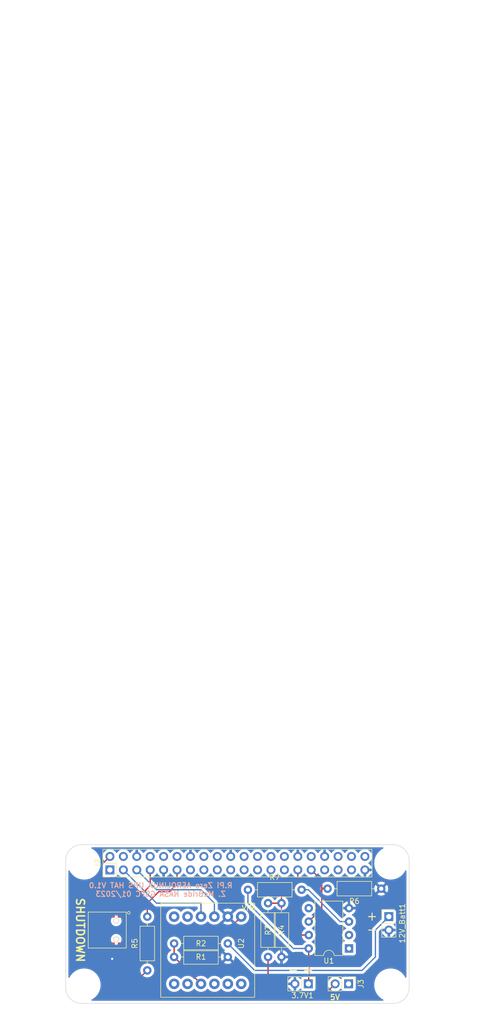
<source format=kicad_pcb>
(kicad_pcb (version 20211014) (generator pcbnew)

  (general
    (thickness 1.6)
  )

  (paper "A4")
  (layers
    (0 "F.Cu" signal)
    (31 "B.Cu" signal)
    (34 "B.Paste" user)
    (35 "F.Paste" user)
    (36 "B.SilkS" user "B.Silkscreen")
    (37 "F.SilkS" user "F.Silkscreen")
    (38 "B.Mask" user)
    (39 "F.Mask" user)
    (40 "Dwgs.User" user "User.Drawings")
    (41 "Cmts.User" user "User.Comments")
    (44 "Edge.Cuts" user)
    (45 "Margin" user)
    (46 "B.CrtYd" user "B.Courtyard")
    (47 "F.CrtYd" user "F.Courtyard")
    (48 "B.Fab" user)
    (49 "F.Fab" user)
  )

  (setup
    (stackup
      (layer "F.SilkS" (type "Top Silk Screen"))
      (layer "F.Paste" (type "Top Solder Paste"))
      (layer "F.Mask" (type "Top Solder Mask") (thickness 0.01))
      (layer "F.Cu" (type "copper") (thickness 0.035))
      (layer "dielectric 1" (type "core") (thickness 1.51) (material "FR4") (epsilon_r 4.5) (loss_tangent 0.02))
      (layer "B.Cu" (type "copper") (thickness 0.035))
      (layer "B.Mask" (type "Bottom Solder Mask") (thickness 0.01))
      (layer "B.Paste" (type "Bottom Solder Paste"))
      (layer "B.SilkS" (type "Bottom Silk Screen"))
      (copper_finish "None")
      (dielectric_constraints no)
    )
    (pad_to_mask_clearance 0)
    (pcbplotparams
      (layerselection 0x0001330_ffffffff)
      (disableapertmacros false)
      (usegerberextensions false)
      (usegerberattributes false)
      (usegerberadvancedattributes false)
      (creategerberjobfile false)
      (svguseinch false)
      (svgprecision 6)
      (excludeedgelayer true)
      (plotframeref false)
      (viasonmask false)
      (mode 1)
      (useauxorigin false)
      (hpglpennumber 1)
      (hpglpenspeed 20)
      (hpglpendiameter 15.000000)
      (dxfpolygonmode true)
      (dxfimperialunits true)
      (dxfusepcbnewfont true)
      (psnegative false)
      (psa4output false)
      (plotreference true)
      (plotvalue true)
      (plotinvisibletext false)
      (sketchpadsonfab false)
      (subtractmaskfromsilk false)
      (outputformat 1)
      (mirror false)
      (drillshape 0)
      (scaleselection 1)
      (outputdirectory "meta/")
    )
  )

  (net 0 "")
  (net 1 "GND")
  (net 2 "unconnected-(U1-Pad1)")
  (net 3 "unconnected-(U1-Pad2)")
  (net 4 "unconnected-(U1-Pad5)")
  (net 5 "/SDA")
  (net 6 "/SCL")
  (net 7 "unconnected-(J2-Pad4)")
  (net 8 "unconnected-(J2-Pad8)")
  (net 9 "unconnected-(J2-Pad10)")
  (net 10 "unconnected-(J2-Pad12)")
  (net 11 "unconnected-(J2-Pad13)")
  (net 12 "unconnected-(J2-Pad15)")
  (net 13 "unconnected-(J2-Pad16)")
  (net 14 "unconnected-(J2-Pad18)")
  (net 15 "unconnected-(J2-Pad19)")
  (net 16 "unconnected-(J2-Pad21)")
  (net 17 "unconnected-(J2-Pad22)")
  (net 18 "unconnected-(J2-Pad23)")
  (net 19 "unconnected-(J2-Pad24)")
  (net 20 "unconnected-(J2-Pad26)")
  (net 21 "unconnected-(J2-Pad27)")
  (net 22 "unconnected-(J2-Pad28)")
  (net 23 "unconnected-(J2-Pad32)")
  (net 24 "unconnected-(J2-Pad33)")
  (net 25 "unconnected-(J2-Pad35)")
  (net 26 "unconnected-(J2-Pad36)")
  (net 27 "unconnected-(J2-Pad37)")
  (net 28 "unconnected-(J2-Pad38)")
  (net 29 "unconnected-(J2-Pad40)")
  (net 30 "Net-(228EJVAYFR1-Pad1)")
  (net 31 "Net-(3.7V1-Pad1)")
  (net 32 "Net-(228EJVAYFR1-Pad5)")
  (net 33 "Net-(J2-Pad11)")
  (net 34 "unconnected-(J2-Pad17)")
  (net 35 "unconnected-(J2-Pad1)")
  (net 36 "unconnected-(U2-Pad1)")
  (net 37 "unconnected-(U2-Pad2)")
  (net 38 "unconnected-(U2-Pad4)")
  (net 39 "unconnected-(U2-Pad5)")
  (net 40 "unconnected-(U2-Pad6)")
  (net 41 "Net-(J2-Pad31)")
  (net 42 "unconnected-(228EJVAYFR1-Pad2)")
  (net 43 "Net-(228EJVAYFR1-Pad7)")
  (net 44 "Net-(J2-Pad29)")
  (net 45 "/5V_USB")
  (net 46 "/UPS_TRIGGER")
  (net 47 "Net-(12V_Batt1-Pad1)")
  (net 48 "Net-(R1-Pad2)")

  (footprint "RPi_Hat:RPi_Hat_Mounting_Hole" (layer "F.Cu") (at 74 170.24))

  (footprint "RPi_Hat:RPi_Hat_Mounting_Hole" (layer "F.Cu") (at 16 170.24))

  (footprint "RPi_Hat:RPi_Hat_Mounting_Hole" (layer "F.Cu") (at 74 193.24))

  (footprint "RPi_Hat:RPi_Hat_Mounting_Hole" (layer "F.Cu") (at 16 193.24))

  (footprint "Resistor_THT:R_Axial_DIN0207_L6.3mm_D2.5mm_P10.16mm_Horizontal" (layer "F.Cu") (at 53.34 177.8 -90))

  (footprint "Resistor_THT:R_Axial_DIN0207_L6.3mm_D2.5mm_P10.16mm_Horizontal" (layer "F.Cu") (at 46.99 175.26))

  (footprint "Connector_PinHeader_2.54mm:PinHeader_1x02_P2.54mm_Vertical" (layer "F.Cu") (at 58.42 193.04 -90))

  (footprint "Resistor_THT:R_Axial_DIN0207_L6.3mm_D2.5mm_P10.16mm_Horizontal" (layer "F.Cu") (at 33.02 185.42))

  (footprint "Resistor_THT:R_Axial_DIN0207_L6.3mm_D2.5mm_P10.16mm_Horizontal" (layer "F.Cu") (at 43.18 187.96 180))

  (footprint "Connector_PinHeader_2.54mm:PinHeader_1x02_P2.54mm_Vertical" (layer "F.Cu") (at 66.04 193.04 -90))

  (footprint "New FootPrint Library:228EJVAYFR" (layer "F.Cu") (at 20.36 182.88 -90))

  (footprint "Resistor_THT:R_Axial_DIN0207_L6.3mm_D2.5mm_P10.16mm_Horizontal" (layer "F.Cu") (at 50.8 187.96 90))

  (footprint "Connector_PinHeader_2.54mm:PinHeader_2x20_P2.54mm_Vertical" (layer "F.Cu") (at 20.87 171.51 90))

  (footprint "Resistor_THT:R_Axial_DIN0207_L6.3mm_D2.5mm_P10.16mm_Horizontal" (layer "F.Cu") (at 27.94 190.5 90))

  (footprint "Resistor_THT:R_Axial_DIN0207_L6.3mm_D2.5mm_P10.16mm_Horizontal" (layer "F.Cu") (at 72.217099 175.055939 180))

  (footprint "New FootPrint Library:Adafruit ADS1115" (layer "F.Cu") (at 38.1 185.42 90))

  (footprint "Package_DIP:DIP-8_W7.62mm" (layer "F.Cu") (at 66.116797 186.360878 180))

  (footprint "Connector_PinHeader_2.54mm:PinHeader_1x02_P2.54mm_Vertical" (layer "F.Cu") (at 73.66 180.34))

  (gr_line (start 58.395075 190.517952) (end 57.716746 190.53262) (layer "F.SilkS") (width 0.2) (tstamp 1170673c-f957-4256-bc3e-658714feb774))
  (gr_line (start 69.85 180.34) (end 70.485 180.34) (layer "F.SilkS") (width 0.2) (tstamp 176f2e3e-a601-4f2a-8b10-057e99da2dfd))
  (gr_line (start 58.395075 191.152952) (end 58.395075 189.882952) (layer "F.SilkS") (width 0.2) (tstamp 4bb944cd-71b6-4766-8a08-39f374babfdb))
  (gr_line (start 70.485 180.34) (end 70.499668 181.018329) (layer "F.SilkS") (width 0.2) (tstamp 86fdd9b0-11f8-4693-b578-43759203121c))
  (gr_line (start 71.12 180.34) (end 69.85 180.34) (layer "F.SilkS") (width 0.2) (tstamp 8bec7497-a758-4b81-acc4-8ca73edcd222))
  (gr_line (start 70.485 180.34) (end 70.485337 179.671224) (layer "F.SilkS") (width 0.2) (tstamp ac4f1063-64c9-47d3-81d8-bb1be52f6d62))
  (gr_line (start 58.395075 189.882952) (end 58.395075 190.517952) (layer "F.SilkS") (width 0.2) (tstamp b76f80ad-7c47-4691-b731-4e76caeeb57a))
  (gr_line (start 56.170571 190.538129) (end 54.900571 190.538129) (layer "F.SilkS") (width 0.2) (tstamp c616a4be-463b-46ca-8fa0-1482ba0cc0e8))
  (gr_line (start 58.395075 190.517952) (end 59.063851 190.518289) (layer "F.SilkS") (width 0.2) (tstamp c9feafbd-2eff-4722-abd2-05e97e3130be))
  (gr_line (start 71.12 182.88) (end 69.85 182.88) (layer "F.SilkS") (width 0.2) (tstamp d5501496-6aee-463b-b2c8-76750c456ec9))
  (gr_circle (center 66.04 53.34) (end 66.375571 53.34) (layer "Dwgs.User") (width 0.2) (fill none) (tstamp be09274b-6374-412f-9a45-34715b99be5d))
  (gr_arc (start 15.5 196.74) (mid 13.37868 195.86132) (end 12.5 193.74) (layer "Edge.Cuts") (width 0.1) (tstamp 00000000-0000-0000-0000-000055157fce))
  (gr_arc (start 77.5 193.74) (mid 76.62132 195.86132) (end 74.5 196.74) (layer "Edge.Cuts") (width 0.1) (tstamp 00000000-0000-0000-0000-000055157ffb))
  (gr_arc (start 74.5 166.74) (mid 76.62132 167.61868) (end 77.5 169.74) (layer "Edge.Cuts") (width 0.1) (tstamp 00000000-0000-0000-0000-00005b55eed3))
  (gr_line (start 15.5 166.74) (end 74.5 166.74) (layer "Edge.Cuts") (width 0.1) (tstamp 00000000-0000-0000-0000-00005b55f01c))
  (gr_arc (start 12.5 169.74) (mid 13.37868 167.61868) (end 15.5 166.74) (layer "Edge.Cuts") (width 0.1) (tstamp 00000000-0000-0000-0000-00005b55f169))
  (gr_line (start 12.5 169.74) (end 12.5 193.74) (layer "Edge.Cuts") (width 0.1) (tstamp 5032a74e-41df-47fa-87b4-778dd90d4ecb))
  (gr_line (start 77.5 169.74) (end 77.5 193.74) (layer "Edge.Cuts") (width 0.1) (tstamp 60b3c32a-da6a-44d7-800d-2ff84c5247c1))
  (gr_line (start 15.5 196.74) (end 74.5 196.74) (layer "Edge.Cuts") (width 0.1) (tstamp 9a72c1c3-2a58-45ba-ab58-5059a7717c30))
  (gr_text "R.Pi Zero AEROLINUX UPS HAT V1.0\nZ. McBride NASA GSFC 01/2023" (at 30.48 175.26) (layer "B.SilkS") (tstamp 57cbcd21-5a2a-4475-98f4-da321231511b)
    (effects (font (size 1 1) (thickness 0.2)) (justify mirror))
  )
  (gr_text "5V" (at 63.47 195.58) (layer "F.SilkS") (tstamp 18ca488d-d9d3-4b1a-95b0-0a79b43baf23)
    (effects (font (size 1 1) (thickness 0.2)))
  )
  (gr_text "SHUTDOWN" (at 15.24 182.88 270) (layer "F.SilkS") (tstamp 27855d6e-f7d2-4f36-8600-be00f65c81b4)
    (effects (font (size 1.5 1.5) (thickness 0.3)))
  )
  (gr_text "Select one of these board edges depending \nupon the type of socket that is used." (at 20.5 9.5) (layer "Cmts.User") (tstamp 9f5e112c-63d4-4175-896b-0c2e95705fdb)
    (effects (font (size 1.5 1.5) (thickness 0.15)) (justify left))
  )
  (dimension (type aligned) (layer "Dwgs.User") (tstamp 00000000-0000-0000-0000-000055169e80)
    (pts (xy 20 54.5) (xy 20 51))
    (height 2.5)
    (gr_text "3.5000 mm" (at 20.85 52.75 90) (layer "Dwgs.User") (tstamp 00000000-0000-0000-0000-000055169e80)
      (effects (font (size 1.5 1.5) (thickness 0.15)))
    )
    (format (units 2) (units_format 1) (precision 4))
    (style (thickness 0.15) (arrow_length 1.27) (text_position_mode 0) (extension_height 0.58642) (extension_offset 0) keep_text_aligned)
  )
  (dimension (type aligned) (layer "Dwgs.User") (tstamp 0ba6e611-02cb-4f3c-a80f-9bd905b3c2a1)
    (pts (xy 78.5 54.5) (xy 78.5 24.5))
    (height 3.5)
    (gr_text "30.0000 mm" (at 80.35 39.5 90) (layer "Dwgs.User") (tstamp 0ba6e611-02cb-4f3c-a80f-9bd905b3c2a1)
      (effects (font (size 1.5 1.5) (thickness 0.15)))
    )
    (format (units 2) (units_format 1) (precision 4))
    (style (thickness 0.15) (arrow_length 1.27) (text_position_mode 0) (extension_height 0.58642) (extension_offset 0) keep_text_aligned)
  )
  (dimension (type aligned) (layer "Dwgs.User") (tstamp 54488a6f-d71a-4eca-a088-7218084ba4aa)
    (pts (xy 78.5 54.5) (xy 78.5 24))
    (height 8.5)
    (gr_text "30.5000 mm" (at 85.35 39.25 90) (layer "Dwgs.User") (tstamp 54488a6f-d71a-4eca-a088-7218084ba4aa)
      (effects (font (size 1.5 1.5) (thickness 0.15)))
    )
    (format (units 2) (units_format 1) (precision 4))
    (style (thickness 0.15) (arrow_length 1.27) (text_position_mode 0) (extension_height 0.58642) (extension_offset 0) keep_text_aligned)
  )
  (dimension (type aligned) (layer "Dwgs.User") (tstamp 5fe60c3d-4b9c-41fd-b31b-b965bc7e0e8f)
    (pts (xy 16.068883 55.2811) (xy 12.568883 55.2811))
    (height -3)
    (gr_text "3.5000 mm" (at 14.318883 56.6311) (layer "Dwgs.User") (tstamp 5fe60c3d-4b9c-41fd-b31b-b965bc7e0e8f)
      (effects (font (size 1.5 1.5) (thickness 0.15)))
    )
    (format (units 2) (units_format 1) (precision 4))
    (style (thickness 0.15) (arrow_length 1.27) (text_position_mode 0) (extension_height 0.58642) (extension_offset 0) keep_text_aligned)
  )
  (dimension (type aligned) (layer "Dwgs.User") (tstamp 650b9c7d-3615-4f2d-ae8f-044925675d9f)
    (pts (xy 45 32) (xy 16 32))
    (height -2.499999)
    (gr_text "29.0000 mm" (at 30.5 32.849999) (layer "Dwgs.User") (tstamp 650b9c7d-3615-4f2d-ae8f-044925675d9f)
      (effects (font (size 1.5 1.5) (thickness 0.15)))
    )
    (format (units 2) (units_format 1) (precision 4))
    (style (thickness 0.15) (arrow_length 1.27) (text_position_mode 0) (extension_height 0.58642) (extension_offset 0) keep_text_aligned)
  )
  (dimension (type aligned) (layer "Dwgs.User") (tstamp abdee982-7217-4458-9d3f-bc2620808ee8)
    (pts (xy 77.5 23) (xy 12.5 23))
    (height 7)
    (gr_text "65.0000 mm" (at 45 14.35) (layer "Dwgs.User") (tstamp abdee982-7217-4458-9d3f-bc2620808ee8)
      (effects (font (size 1.5 1.5) (thickness 0.15)))
    )
    (format (units 2) (units_format 1) (precision 4))
    (style (thickness 0.15) (arrow_length 1.27) (text_position_mode 0) (extension_height 0.58642) (extension_offset 0) keep_text_aligned)
  )
  (dimension (type aligned) (layer "Dwgs.User") (tstamp dad4f481-5ab8-46be-9b10-dfff34dbe15b)
    (pts (xy 11.5 28) (xy 11.5 51))
    (height 2.5)
    (gr_text "23.0000 mm" (at 7.35 39.5 90) (layer "Dwgs.User") (tstamp dad4f481-5ab8-46be-9b10-dfff34dbe15b)
      (effects (font (size 1.5 1.5) (thickness 0.15)))
    )
    (format (units 2) (units_format 1) (precision 4))
    (style (thickness 0.15) (arrow_length 1.27) (text_position_mode 0) (extension_height 0.58642) (extension_offset 0) keep_text_aligned)
  )
  (dimension (type aligned) (layer "Dwgs.User") (tstamp f882bc63-779e-42b1-9880-ec64d38fab9f)
    (pts (xy 74 23) (xy 16 23))
    (height 2.5)
    (gr_text "58.0000 mm" (at 45 18.85) (layer "Dwgs.User") (tstamp f882bc63-779e-42b1-9880-ec64d38fab9f)
      (effects (font (size 1.5 1.5) (thickness 0.15)))
    )
    (format (units 2) (units_format 1) (precision 4))
    (style (thickness 0.15) (arrow_length 1.27) (text_position_mode 0) (extension_height 0.58642) (extension_offset 0) keep_text_aligned)
  )

  (segment (start 21.29073 186.08573) (end 21.26 186.055) (width 0.25) (layer "F.Cu") (net 1) (tstamp 0a507106-cbde-44d3-8ece-5f09f22a85bb))
  (segment (start 21.29073 188.313682) (end 21.29073 186.08573) (width 0.25) (layer "F.Cu") (net 1) (tstamp ec9a6fbf-1458-4428-a675-a4572a76627a))
  (via (at 21.29073 188.313682) (size 1) (drill 0.4) (layers "F.Cu" "B.Cu") (free) (net 1) (tstamp 9abbc547-9468-4290-92c9-00ff5f7122d3))
  (segment (start 38.1 180.34) (end 38.1 177.8) (width 0.25) (layer "B.Cu") (net 5) (tstamp 0ac04522-8f0b-4e3b-af3f-1b0ec176301e))
  (segment (start 38.1 177.8) (end 29.7 177.8) (width 0.25) (layer "B.Cu") (net 5) (tstamp 50eba6f4-637d-453d-90dc-80c01f8ce0b8))
  (segment (start 29.7 177.8) (end 23.41 171.51) (width 0.25) (layer "B.Cu") (net 5) (tstamp 6670688b-6c92-421c-9ba6-f03225ac7f1b))
  (segment (start 40.64 177.8) (end 38.1 175.26) (width 0.25) (layer "B.Cu") (net 6) (tstamp 438e30b4-a0d6-4c8f-9fb4-78eb9e726c70))
  (segment (start 40.64 180.34) (end 40.64 177.8) (width 0.25) (layer "B.Cu") (net 6) (tstamp b0ecbdc1-4e93-4185-b42f-6419b91d79d5))
  (segment (start 29.7 175.26) (end 25.95 171.51) (width 0.25) (layer "B.Cu") (net 6) (tstamp b1f651a5-8315-4d15-b812-3c5d2f2b08e1))
  (segment (start 38.1 175.26) (end 29.7 175.26) (width 0.25) (layer "B.Cu") (net 6) (tstamp fa80ddd0-11ab-4180-9f94-8f69f3c808ba))
  (segment (start 28.502835 174.476577) (end 28.49 174.463742) (width 0.25) (layer "F.Cu") (net 30) (tstamp 03995bb8-b915-4d91-8080-20645f2c599a))
  (segment (start 28.49 174.463742) (end 28.49 171.51) (width 0.25) (layer "F.Cu") (net 30) (tstamp 08350cc8-1e78-4892-ba61-2872f441d72d))
  (segment (start 22.86 179.705) (end 22.86 177.861287) (width 0.25) (layer "F.Cu") (net 30) (tstamp 344ca860-c87e-48f8-af76-0cb5eef6b36a))
  (segment (start 22.86 177.861287) (end 25.12925 175.592037) (width 0.25) (layer "F.Cu") (net 30) (tstamp 475e3774-fd8c-4706-9866-f2810ce93b96))
  (segment (start 25.12925 175.592037) (end 27.387375 175.592037) (width 0.25) (layer "F.Cu") (net 30) (tstamp a2a781f2-aa1c-48dc-8086-802a3315e1e6))
  (segment (start 27.387375 175.592037) (end 28.502835 174.476577) (width 0.25) (layer "F.Cu") (net 30) (tstamp a7dfa8fd-e8eb-45d6-b1ee-558fb489a6ae))
  (segment (start 58.496797 192.963203) (end 58.42 193.04) (width 0.25) (layer "F.Cu") (net 31) (tstamp 6dcccc23-ad05-499b-96d2-b33f44aa9487))
  (segment (start 58.496797 186.360878) (end 58.496797 192.963203) (width 0.25) (layer "F.Cu") (net 31) (tstamp bee7c937-05af-4194-ab43-ba0aa121ae22))
  (segment (start 55.691307 186.360878) (end 58.496797 186.360878) (width 0.25) (layer "B.Cu") (net 31) (tstamp 23e07bef-1c74-4722-8cd2-5cb1607abc1d))
  (segment (start 46.99 175.26) (end 46.99 177.771879) (width 0.25) (layer "B.Cu") (net 31) (tstamp 64ec87ed-fe06-4630-838f-a362b2051a31))
  (segment (start 46.99 177.771879) (end 55.635153 186.417032) (width 0.25) (layer "B.Cu") (net 31) (tstamp 98679b06-e5fc-471c-8af7-68adecb412bb))
  (segment (start 55.635153 186.417032) (end 55.691307 186.360878) (width 0.25) (layer "B.Cu") (net 31) (tstamp a19e6232-c021-49f0-845c-ce5a00de9104))
  (segment (start 43.18 182.88) (end 30.48 182.88) (width 0.25) (layer "F.Cu") (net 32) (tstamp 26a02d97-bd58-40fe-8afc-b21cc452903c))
  (segment (start 30.48 182.88) (end 22.86 190.5) (width 0.25) (layer "F.Cu") (net 32) (tstamp 341c0721-5980-44f9-a0bc-944632948ccf))
  (segment (start 20.87 168.97) (end 19.225001 170.614999) (width 0.25) (layer "F.Cu") (net 32) (tstamp 47aa8454-2fd5-4606-997e-e12c3d239887))
  (segment (start 19.225001 170.614999) (end 19.225001 185.820001) (width 0.25) (layer "F.Cu") (net 32) (tstamp 575af429-22b7-4a4b-b437-b5be6569ef42))
  (segment (start 19.46 189.64) (end 19.46 186.055) (width 0.25) (layer "F.Cu") (net 32) (tstamp 5fe2a5b9-dd61-4c88-9a79-42cdfafeedda))
  (segment (start 19.225001 185.820001) (end 19.46 186.055) (width 0.25) (layer "F.Cu") (net 32) (tstamp 661c68db-e9cc-495b-9e41-448ff97eec97))
  (segment (start 45.72 180.34) (end 43.18 182.88) (width 0.25) (layer "F.Cu") (net 32) (tstamp a8cbe5e2-26f1-43d4-99cf-15affd5c17ff))
  (segment (start 20.32 190.5) (end 19.46 189.64) (width 0.25) (layer "F.Cu") (net 32) (tstamp d9ee4d7c-a00e-426f-b035-381cb36d3232))
  (segment (start 22.86 190.5) (end 20.32 190.5) (width 0.25) (layer "F.Cu") (net 32) (tstamp f8d73385-2540-4ebe-b7ee-2009ce85ed34))
  (segment (start 27.94 177.8) (end 30.120756 175.619244) (width 0.25) (layer "F.Cu") (net 33) (tstamp 66993d33-eb46-4373-9438-fce0fdcc9fd9))
  (segment (start 27.94 180.34) (end 27.94 177.8) (width 0.25) (layer "F.Cu") (net 33) (tstamp 93211e23-e2f5-4862-a3eb-e7baa8f50dae))
  (segment (start 33.590421 174.150101) (end 33.57 174.12968) (width 0.25) (layer "F.Cu") (net 33) (tstamp bd7be733-c9da-4137-b31b-e72e8d0c7a4f))
  (segment (start 33.57 174.12968) (end 33.57 171.51) (width 0.25) (layer "F.Cu") (net 33) (tstamp da001b19-06c9-4003-9f48-ea44c9306cd0))
  (segment (start 32.121278 175.619244) (end 33.590421 174.150101) (width 0.25) (layer "F.Cu") (net 33) (tstamp dbc88dfd-5560-48aa-b812-9664e67e6729))
  (segment (start 30.120756 175.619244) (end 32.121278 175.619244) (width 0.25) (layer "F.Cu") (net 33) (tstamp e0b0bc4c-5a25-4a2f-86b8-c677cbbae4e2))
  (segment (start 60.96 178.817675) (end 58.496797 181.280878) (width 0.25) (layer "F.Cu") (net 41) (tstamp 06616b76-9054-4a27-a856-213209683db5))
  (segment (start 60.96 175.26) (end 60.96 178.817675) (width 0.25) (layer "F.Cu") (net 41) (tstamp 34be6275-d9d3-4c5f-8280-fa21ad44e143))
  (segment (start 60.96 175.26) (end 60.96 173.5) (width 0.25) (layer "F.Cu") (net 41) (tstamp 7b887ce2-ed9d-4a5d-ac95-b50a2b022f51))
  (segment (start 60.96 173.5) (end 58.97 171.51) (width 0.25) (layer "F.Cu") (net 41) (tstamp 9ac56e66-2c5c-4b5f-a146-61b3d809becb))
  (segment (start 62.527538 174.647819) (end 61.572181 174.647819) (width 0.25) (layer "F.Cu") (net 41) (tstamp a6660919-a21f-4ae7-a619-b398a100fbb4))
  (segment (start 61.572181 174.647819) (end 60.96 175.26) (width 0.25) (layer "F.Cu") (net 41) (tstamp eee163f9-cf02-41d1-b835-13850e45a0b3))
  (segment (start 20.360841 193.04) (end 25.4 193.04) (width 0.25) (layer "F.Cu") (net 43) (tstamp 8640fe21-d428-4816-8554-635a6f64c83f))
  (segment (start 25.4 193.04) (end 27.94 190.5) (width 0.25) (layer "F.Cu") (net 43) (tstamp 8b9439fb-8835-451a-8177-59601c18547f))
  (segment (start 17.86 190.539159) (end 20.360841 193.04) (width 0.25) (layer "F.Cu") (net 43) (tstamp 909ac379-8111-4239-a8d7-a4ba13c1db5a))
  (segment (start 17.86 186.055) (end 17.86 190.539159) (width 0.25) (layer "F.Cu") (net 43) (tstamp c16020bd-8b65-49a6-ab8d-a4c99cd830b4))
  (segment (start 55.550878 183.820878) (end 58.496797 183.820878) (width 0.25) (layer "F.Cu") (net 44) (tstamp 8664ba5e-b203-460c-bd54-5b562211ab1a))
  (segment (start 53.34 181.61) (end 55.550878 183.820878) (width 0.25) (layer "F.Cu") (net 44) (tstamp 96e313a3-9602-4542-b3ad-8c4d6ce55505))
  (segment (start 53.34 177.8) (end 53.34 181.61) (width 0.25) (layer "F.Cu") (net 44) (tstamp b487ea87-081f-4dc1-9f45-1ab8a12aa607))
  (segment (start 56.43 171.51) (end 56.43 173.44) (width 0.25) (layer "F.Cu") (net 44) (tstamp bf4cc23d-965b-4b4f-a935-9d98bda53ba8))
  (segment (start 53.34 176.53) (end 53.34 177.8) (width 0.25) (layer "F.Cu") (net 44) (tstamp c72c0411-a73c-4728-b2c2-046f9856e53f))
  (segment (start 56.43 173.44) (end 53.34 176.53) (width 0.25) (layer "F.Cu") (net 44) (tstamp e378a0c9-6da8-4f5d-a34e-3b532f98b1bd))
  (segment (start 50.8 177.8) (end 53.34 177.8) (width 0.25) (layer "F.Cu") (net 44) (tstamp f6a9c987-7d64-4a1a-9352-61de9438e060))
  (segment (start 63.5 193.04) (end 61.330167 195.209833) (width 0.25) (layer "F.Cu") (net 45) (tstamp 172c261d-9543-4c2c-a78c-86100a72e160))
  (segment (start 61.020685 195.318658) (end 53.078658 195.318658) (width 0.25) (layer "F.Cu") (net 45) (tstamp 33225769-64cf-40ed-a883-7ee028029064))
  (segment (start 50.8 193.04) (end 50.8 187.96) (width 0.25) (layer "F.Cu") (net 45) (tstamp 5f9e8b40-bb39-4162-a229-1a4fb12cf505))
  (segment (start 53.078658 195.318658) (end 50.8 193.04) (width 0.25) (layer "F.Cu") (net 45) (tstamp 884d903c-bd3b-47fa-9456-2485fbfb885f))
  (segment (start 61.12951 195.209833) (end 61.020685 195.318658) (width 0.25) (layer "F.Cu") (net 45) (tstamp b1944040-d098-4bca-bc61-19278ca0d29a))
  (segment (start 61.330167 195.209833) (end 61.12951 195.209833) (width 0.25) (layer "F.Cu") (net 45) (tstamp cdcc5222-fe1b-4637-9f21-5826db90d883))
  (segment (start 64.440878 181.280878) (end 66.116797 181.280878) (width 0.25) (layer "B.Cu") (net 46) (tstamp 7621a3e9-7201-4ca4-8283-164a0632369c))
  (segment (start 57.15 175.26) (end 58.42 175.26) (width 0.25) (layer "B.Cu") (net 46) (tstamp 7eaebc9b-e7cf-440b-a7a6-a3935415f647))
  (segment (start 58.42 175.26) (end 64.440878 181.280878) (width 0.25) (layer "B.Cu") (net 46) (tstamp bfd00c33-94e5-46b7-b052-0cebb69904dd))
  (segment (start 48.26 190.5) (end 68.58 190.5) (width 0.25) (layer "B.Cu") (net 47) (tstamp 260656ce-2eba-49ca-aa76-eab340e33e9d))
  (segment (start 71.12 182.88) (end 73.66 180.34) (width 0.25) (layer "B.Cu") (net 47) (tstamp 7051dedb-a92c-493a-855c-ddc9d17e3851))
  (segment (start 48.26 190.5) (end 43.18 185.42) (width 0.25) (layer "B.Cu") (net 47) (tstamp 840bf9e9-66a4-4c9e-8613-baa822555498))
  (segment (start 71.12 187.96) (end 71.12 182.88) (width 0.25) (layer "B.Cu") (net 47) (tstamp 89505892-91e1-40a6-8dd0-ab8e1bf2e251))
  (segment (start 68.58 190.5) (end 71.12 187.96) (width 0.25) (layer "B.Cu") (net 47) (tstamp d921956c-3c64-43a1-87ae-39d3383f0053))
  (segment (start 38.1 193.04) (end 33.02 187.96) (width 0.25) (layer "F.Cu") (net 48) (tstamp 0d7ce3ac-2f58-42c8-b906-3a7316650107))
  (segment (start 33.02 187.96) (end 33.02 185.42) (width 0.25) (layer "F.Cu") (net 48) (tstamp 6fd08b95-03db-45b5-9892-58f0f2e932de))

  (zone (net 1) (net_name "GND") (layer "B.Cu") (tstamp 62472c5b-2a9a-4649-aad6-e4283321b390) (hatch edge 0.508)
    (connect_pads thru_hole_only (clearance 0.508))
    (min_thickness 0.254) (filled_areas_thickness no)
    (fill yes (thermal_gap 0.508) (thermal_bridge_width 0.508))
    (polygon
      (pts
        (xy 81.28 200.66)
        (xy 10.16 200.66)
        (xy 10.16 165.1)
        (xy 81.28 165.1)
      )
    )
    (filled_polygon
      (layer "B.Cu")
      (pts
        (xy 72.581421 167.268502)
        (xy 72.627914 167.322158)
        (xy 72.638018 167.392432)
        (xy 72.608524 167.457012)
        (xy 72.574866 167.484435)
        (xy 72.334498 167.619047)
        (xy 72.334493 167.61905)
        (xy 72.331381 167.620793)
        (xy 72.328485 167.622878)
        (xy 72.32848 167.622881)
        (xy 72.28388 167.654989)
        (xy 72.045605 167.826523)
        (xy 72.042969 167.828917)
        (xy 72.042967 167.828919)
        (xy 71.865733 167.989907)
        (xy 71.784954 168.063281)
        (xy 71.722534 168.134457)
        (xy 71.556976 168.32324)
        (xy 71.552781 168.328023)
        (xy 71.352071 168.617347)
        (xy 71.35038 168.620494)
        (xy 71.350377 168.620499)
        (xy 71.24763 168.811721)
        (xy 71.185402 168.927532)
        (xy 71.054919 169.25459)
        (xy 70.962299 169.594317)
        (xy 70.961757 169.597839)
        (xy 70.923105 169.848965)
        (xy 70.908732 169.942345)
        (xy 70.908592 169.945909)
        (xy 70.896513 170.253357)
        (xy 70.894908 170.2942)
        (xy 70.904383 170.421703)
        (xy 70.918263 170.608469)
        (xy 70.921004 170.645358)
        (xy 70.986684 170.991304)
        (xy 70.987742 170.994713)
        (xy 70.987744 170.994719)
        (xy 71.012944 171.075875)
        (xy 71.091104 171.327592)
        (xy 71.232921 171.649897)
        (xy 71.410313 171.954076)
        (xy 71.620999 172.236219)
        (xy 71.623443 172.238817)
        (xy 71.623448 172.238823)
        (xy 71.85982 172.490093)
        (xy 71.86227 172.492697)
        (xy 71.864999 172.495007)
        (xy 72.086757 172.682739)
        (xy 72.131024 172.720214)
        (xy 72.133988 172.722194)
        (xy 72.13399 172.722196)
        (xy 72.42083 172.913856)
        (xy 72.423807 172.915845)
        (xy 72.426989 172.917484)
        (xy 72.426991 172.917485)
        (xy 72.73367 173.075436)
        (xy 72.733675 173.075438)
        (xy 72.736853 173.077075)
        (xy 72.740194 173.078341)
        (xy 72.740199 173.078343)
        (xy 72.971696 173.166049)
        (xy 73.066139 173.20183)
        (xy 73.069603 173.20271)
        (xy 73.069607 173.202711)
        (xy 73.403963 173.287627)
        (xy 73.403971 173.287629)
        (xy 73.40743 173.288507)
        (xy 73.579152 173.311878)
        (xy 73.753347 173.335585)
        (xy 73.753354 173.335586)
        (xy 73.75634 173.335992)
        (xy 73.871081 173.3405)
        (xy 74.089198 173.3405)
        (xy 74.230756 173.332462)
        (xy 74.347992 173.325805)
        (xy 74.347999 173.325804)
        (xy 74.35156 173.325602)
        (xy 74.489883 173.301834)
        (xy 74.695082 173.266575)
        (xy 74.69509 173.266573)
        (xy 74.6986 173.26597)
        (xy 74.702025 173.264972)
        (xy 74.702028 173.264971)
        (xy 75.033221 173.168436)
        (xy 75.036659 173.167434)
        (xy 75.36139 173.031263)
        (xy 75.564556 172.917485)
        (xy 75.665502 172.860953)
        (xy 75.665507 172.86095)
        (xy 75.668619 172.859207)
        (xy 75.671515 172.857122)
        (xy 75.67152 172.857119)
        (xy 75.839376 172.736279)
        (xy 75.954395 172.653477)
        (xy 76.071465 172.547139)
        (xy 76.212405 172.419118)
        (xy 76.212406 172.419117)
        (xy 76.215046 172.416719)
        (xy 76.375853 172.233354)
        (xy 76.444868 172.154658)
        (xy 76.444869 172.154656)
        (xy 76.447219 172.151977)
        (xy 76.647929 171.862653)
        (xy 76.754509 171.664299)
        (xy 76.804371 171.613761)
        (xy 76.873641 171.598202)
        (xy 76.940327 171.622564)
        (xy 76.983256 171.679112)
        (xy 76.9915 171.723939)
        (xy 76.9915 191.748756)
        (xy 76.971498 191.816877)
        (xy 76.917842 191.86337)
        (xy 76.847568 191.873474)
        (xy 76.782988 191.84398)
        (xy 76.756657 191.812232)
        (xy 76.65477 191.637523)
        (xy 76.589687 191.525924)
        (xy 76.379001 191.243781)
        (xy 76.376557 191.241183)
        (xy 76.376552 191.241177)
        (xy 76.14018 190.989907)
        (xy 76.140176 190.989904)
        (xy 76.13773 190.987303)
        (xy 75.947809 190.826523)
        (xy 75.871698 190.76209)
        (xy 75.871694 190.762087)
        (xy 75.868976 190.759786)
        (xy 75.82949 190.733402)
        (xy 75.57917 190.566144)
        (xy 75.579168 190.566143)
        (xy 75.576193 190.564155)
        (xy 75.573009 190.562515)
        (xy 75.26633 190.404564)
        (xy 75.266325 190.404562)
        (xy 75.263147 190.402925)
        (xy 75.259806 190.401659)
        (xy 75.259801 190.401657)
        (xy 74.937205 190.279437)
        (xy 74.937206 190.279437)
        (xy 74.933861 190.27817)
        (xy 74.930397 190.27729)
        (xy 74.930393 190.277289)
        (xy 74.596037 190.192373)
        (xy 74.596029 190.192371)
        (xy 74.59257 190.191493)
        (xy 74.420848 190.168122)
        (xy 74.246653 190.144415)
        (xy 74.246646 190.144414)
        (xy 74.24366 190.144008)
        (xy 74.128919 190.1395)
        (xy 73.910802 190.1395)
        (xy 73.769244 190.147538)
        (xy 73.652008 190.154195)
        (xy 73.652001 190.154196)
        (xy 73.64844 190.154398)
        (xy 73.510117 190.178166)
        (xy 73.304918 190.213425)
        (xy 73.30491 190.213427)
        (xy 73.3014 190.21403)
        (xy 73.297975 190.215028)
        (xy 73.297972 190.215029)
        (xy 73.121049 190.266598)
        (xy 72.963341 190.312566)
        (xy 72.63861 190.448737)
        (xy 72.547073 190.5)
        (xy 72.334498 190.619047)
        (xy 72.334493 190.61905)
        (xy 72.331381 190.620793)
        (xy 72.328485 190.622878)
        (xy 72.32848 190.622881)
        (xy 72.189953 190.722607)
        (xy 72.045605 190.826523)
        (xy 72.042969 190.828917)
        (xy 72.042967 190.828919)
        (xy 71.794192 191.05489)
        (xy 71.784954 191.063281)
        (xy 71.552781 191.328023)
        (xy 71.550749 191.330952)
        (xy 71.550746 191.330956)
        (xy 71.541489 191.3443)
        (xy 71.352071 191.617347)
        (xy 71.350381 191.620492)
        (xy 71.350377 191.620499)
        (xy 71.24763 191.811721)
        (xy 71.185402 191.927532)
        (xy 71.054919 192.25459)
        (xy 70.962299 192.594317)
        (xy 70.908732 192.942345)
        (xy 70.908592 192.945909)
        (xy 70.897442 193.229715)
        (xy 70.894908 193.2942)
        (xy 70.921004 193.645358)
        (xy 70.986684 193.991304)
        (xy 70.987742 193.994713)
        (xy 70.987744 193.994719)
        (xy 71.029221 194.128297)
        (xy 71.091104 194.327592)
        (xy 71.092545 194.330867)
        (xy 71.181653 194.53338)
        (xy 71.232921 194.649897)
        (xy 71.410313 194.954076)
        (xy 71.620999 195.236219)
        (xy 71.623443 195.238817)
        (xy 71.623448 195.238823)
        (xy 71.85982 195.490093)
        (xy 71.86227 195.492697)
        (xy 71.864999 195.495007)
        (xy 72.054652 195.65556)
        (xy 72.131024 195.720214)
        (xy 72.133988 195.722194)
        (xy 72.13399 195.722196)
        (xy 72.335917 195.857119)
        (xy 72.423807 195.915845)
        (xy 72.426989 195.917484)
        (xy 72.426991 195.917485)
        (xy 72.574552 195.993484)
        (xy 72.625954 196.042457)
        (xy 72.64272 196.111446)
        (xy 72.619525 196.178547)
        (xy 72.563736 196.222456)
        (xy 72.51686 196.2315)
        (xy 17.4867 196.2315)
        (xy 17.418579 196.211498)
        (xy 17.372086 196.157842)
        (xy 17.361982 196.087568)
        (xy 17.391476 196.022988)
        (xy 17.425134 195.995565)
        (xy 17.665502 195.860953)
        (xy 17.665507 195.86095)
        (xy 17.668619 195.859207)
        (xy 17.671515 195.857122)
        (xy 17.67152 195.857119)
        (xy 17.818239 195.751496)
        (xy 17.954395 195.653477)
        (xy 18.128858 195.495007)
        (xy 18.212405 195.419118)
        (xy 18.212406 195.419117)
        (xy 18.215046 195.416719)
        (xy 18.447219 195.151977)
        (xy 18.647929 194.862653)
        (xy 18.814598 194.552468)
        (xy 18.945081 194.22541)
        (xy 19.037701 193.885683)
        (xy 19.062835 193.722389)
        (xy 19.090726 193.541178)
        (xy 19.090726 193.541174)
        (xy 19.091268 193.537655)
        (xy 19.094617 193.452425)
        (xy 19.104952 193.18937)
        (xy 19.104952 193.189365)
        (xy 19.105092 193.1858)
        (xy 19.094257 193.04)
        (xy 31.506835 193.04)
        (xy 31.525465 193.276711)
        (xy 31.526619 193.281518)
        (xy 31.52662 193.281524)
        (xy 31.56164 193.427391)
        (xy 31.580895 193.507594)
        (xy 31.582788 193.512165)
        (xy 31.582789 193.512167)
        (xy 31.667086 193.715678)
        (xy 31.67176 193.726963)
        (xy 31.674346 193.731183)
        (xy 31.793241 193.925202)
        (xy 31.793245 193.925208)
        (xy 31.795824 193.929416)
        (xy 31.950031 194.109969)
        (xy 32.130584 194.264176)
        (xy 32.134792 194.266755)
        (xy 32.134798 194.266759)
        (xy 32.285428 194.359065)
        (xy 32.333037 194.38824)
        (xy 32.337607 194.390133)
        (xy 32.337611 194.390135)
        (xy 32.36566 194.401753)
        (xy 32.552406 194.479105)
        (xy 32.632609 194.49836)
        (xy 32.778476 194.53338)
        (xy 32.778482 194.533381)
        (xy 32.783289 194.534535)
        (xy 33.02 194.553165)
        (xy 33.256711 194.534535)
        (xy 33.261518 194.533381)
        (xy 33.261524 194.53338)
        (xy 33.407391 194.49836)
        (xy 33.487594 194.479105)
        (xy 33.67434 194.401753)
        (xy 33.702389 194.390135)
        (xy 33.702393 194.390133)
        (xy 33.706963 194.38824)
        (xy 33.754572 194.359065)
        (xy 33.905202 194.266759)
        (xy 33.905208 194.266755)
        (xy 33.909416 194.264176)
        (xy 34.089969 194.109969)
        (xy 34.093177 194.106213)
        (xy 34.093182 194.106208)
        (xy 34.194189 193.987944)
        (xy 34.253639 193.949134)
        (xy 34.324634 193.948628)
        (xy 34.385811 193.987944)
        (xy 34.486818 194.106208)
        (xy 34.486823 194.106213)
        (xy 34.490031 194.109969)
        (xy 34.670584 194.264176)
        (xy 34.674792 194.266755)
        (xy 34.674798 194.266759)
        (xy 34.825428 194.359065)
        (xy 34.873037 194.38824)
        (xy 34.877607 194.390133)
        (xy 34.877611 194.390135)
        (xy 34.90566 194.401753)
        (xy 35.092406 194.479105)
        (xy 35.172609 194.49836)
        (xy 35.318476 194.53338)
        (xy 35.318482 194.533381)
        (xy 35.323289 194.534535)
        (xy 35.56 194.553165)
        (xy 35.796711 194.534535)
        (xy 35.801518 194.533381)
        (xy 35.801524 194.53338)
        (xy 35.947391 194.49836)
        (xy 36.027594 194.479105)
        (xy 36.21434 194.401753)
        (xy 36.242389 194.390135)
        (xy 36.242393 194.390133)
        (xy 36.246963 194.38824)
        (xy 36.294572 194.359065)
        (xy 36.445202 194.266759)
        (xy 36.445208 194.266755)
        (xy 36.449416 194.264176)
        (xy 36.629969 194.109969)
        (xy 36.633177 194.106213)
        (xy 36.633182 194.106208)
        (xy 36.734189 193.987944)
        (xy 36.793639 193.949134)
        (xy 36.864634 193.948628)
        (xy 36.925811 193.987944)
        (xy 37.026818 194.106208)
        (xy 37.026823 194.106213)
        (xy 37.030031 194.109969)
        (xy 37.210584 194.264176)
        (xy 37.214792 194.266755)
        (xy 37.214798 194.266759)
        (xy 37.365428 194.359065)
        (xy 37.413037 194.38824)
        (xy 37.417607 194.390133)
        (xy 37.417611 194.390135)
        (xy 37.44566 194.401753)
        (xy 37.632406 194.479105)
        (xy 37.712609 194.49836)
        (xy 37.858476 194.53338)
        (xy 37.858482 194.533381)
        (xy 37.863289 194.534535)
        (xy 38.1 194.553165)
        (xy 38.336711 194.534535)
        (xy 38.341518 194.533381)
        (xy 38.341524 194.53338)
        (xy 38.487391 194.49836)
        (xy 38.567594 194.479105)
        (xy 38.75434 194.401753)
        (xy 38.782389 194.390135)
        (xy 38.782393 194.390133)
        (xy 38.786963 194.38824)
        (xy 38.834572 194.359065)
        (xy 38.985202 194.266759)
        (xy 38.985208 194.266755)
        (xy 38.989416 194.264176)
        (xy 39.169969 194.109969)
        (xy 39.173177 194.106213)
        (xy 39.173182 194.106208)
        (xy 39.274189 193.987944)
        (xy 39.333639 193.949134)
        (xy 39.404634 193.948628)
        (xy 39.465811 193.987944)
        (xy 39.566818 194.106208)
        (xy 39.566823 194.106213)
        (xy 39.570031 194.109969)
        (xy 39.750584 194.264176)
        (xy 39.754792 194.266755)
        (xy 39.754798 194.266759)
        (xy 39.905428 194.359065)
        (xy 39.953037 194.38824)
        (xy 39.957607 194.390133)
        (xy 39.957611 194.390135)
        (xy 39.98566 194.401753)
        (xy 40.172406 194.479105)
        (xy 40.252609 194.49836)
        (xy 40.398476 194.53338)
        (xy 40.398482 194.533381)
        (xy 40.403289 194.534535)
        (xy 40.64 194.553165)
        (xy 40.876711 194.534535)
        (xy 40.881518 194.533381)
        (xy 40.881524 194.53338)
        (xy 41.027391 194.49836)
        (xy 41.107594 194.479105)
        (xy 41.29434 194.401753)
        (xy 41.322389 194.390135)
        (xy 41.322393 194.390133)
        (xy 41.326963 194.38824)
        (xy 41.374572 194.359065)
        (xy 41.525202 194.266759)
        (xy 41.525208 194.266755)
        (xy 41.529416 194.264176)
        (xy 41.709969 194.109969)
        (xy 41.713177 194.106213)
        (xy 41.713182 194.106208)
        (xy 41.814189 193.987944)
        (xy 41.873639 193.949134)
        (xy 41.944634 193.948628)
        (xy 42.005811 193.987944)
        (xy 42.106818 194.106208)
        (xy 42.106823 194.106213)
        (xy 42.110031 194.109969)
        (xy 42.290584 194.264176)
        (xy 42.294792 194.266755)
        (xy 42.294798 194.266759)
        (xy 42.445428 194.359065)
        (xy 42.493037 194.38824)
        (xy 42.497607 194.390133)
        (xy 42.497611 194.390135)
        (xy 42.52566 194.401753)
        (xy 42.712406 194.479105)
        (xy 42.792609 194.49836)
        (xy 42.938476 194.53338)
        (xy 42.938482 194.533381)
        (xy 42.943289 194.534535)
        (xy 43.18 194.553165)
        (xy 43.416711 194.534535)
        (xy 43.421518 194.533381)
        (xy 43.421524 194.53338)
        (xy 43.567391 194.49836)
        (xy 43.647594 194.479105)
        (xy 43.83434 194.401753)
        (xy 43.862389 194.390135)
        (xy 43.862393 194.390133)
        (xy 43.866963 194.38824)
        (xy 43.914572 194.359065)
        (xy 44.065202 194.266759)
        (xy 44.065208 194.266755)
        (xy 44.069416 194.264176)
        (xy 44.249969 194.109969)
        (xy 44.253177 194.106213)
        (xy 44.253182 194.106208)
        (xy 44.354189 193.987944)
        (xy 44.413639 193.949134)
        (xy 44.484634 193.948628)
        (xy 44.545811 193.987944)
        (xy 44.646818 194.106208)
        (xy 44.646823 194.106213)
        (xy 44.650031 194.109969)
        (xy 44.830584 194.264176)
        (xy 44.834792 194.266755)
        (xy 44.834798 194.266759)
        (xy 44.985428 194.359065)
        (xy 45.033037 194.38824)
        (xy 45.037607 194.390133)
        (xy 45.037611 194.390135)
        (xy 45.06566 194.401753)
        (xy 45.252406 194.479105)
        (xy 45.332609 194.49836)
        (xy 45.478476 194.53338)
        (xy 45.478482 194.533381)
        (xy 45.483289 194.534535)
        (xy 45.72 194.553165)
        (xy 45.956711 194.534535)
        (xy 45.961518 194.533381)
        (xy 45.961524 194.53338)
        (xy 46.107391 194.49836)
        (xy 46.187594 194.479105)
        (xy 46.37434 194.401753)
        (xy 46.402389 194.390135)
        (xy 46.402393 194.390133)
        (xy 46.406963 194.38824)
        (xy 46.454572 194.359065)
        (xy 46.605202 194.266759)
        (xy 46.605208 194.266755)
        (xy 46.609416 194.264176)
        (xy 46.789969 194.109969)
        (xy 46.944176 193.929416)
        (xy 46.946755 193.925208)
        (xy 46.946759 193.925202)
        (xy 47.065654 193.731183)
        (xy 47.06824 193.726963)
        (xy 47.072915 193.715678)
        (xy 47.157211 193.512167)
        (xy 47.157212 193.512165)
        (xy 47.159105 193.507594)
        (xy 47.17836 193.427391)
        (xy 47.207032 193.307966)
        (xy 54.548257 193.307966)
        (xy 54.578565 193.442446)
        (xy 54.581645 193.452275)
        (xy 54.66177 193.649603)
        (xy 54.666413 193.658794)
        (xy 54.777694 193.840388)
        (xy 54.783777 193.848699)
        (xy 54.923213 194.009667)
        (xy 54.93058 194.016883)
        (xy 55.094434 194.152916)
        (xy 55.102881 194.158831)
        (xy 55.286756 194.266279)
        (xy 55.296042 194.270729)
        (xy 55.495001 194.346703)
        (xy 55.504899 194.349579)
        (xy 55.60825 194.370606)
        (xy 55.622299 194.36941)
        (xy 55.626 194.359065)
        (xy 55.626 194.358517)
        (xy 56.134 194.358517)
        (xy 56.138064 194.372359)
        (xy 56.151478 194.374393)
        (xy 56.158184 194.373534)
        (xy 56.168262 194.371392)
        (xy 56.372255 194.310191)
        (xy 56.381842 194.306433)
        (xy 56.573095 194.212739)
        (xy 56.581945 194.207464)
        (xy 56.755328 194.083792)
        (xy 56.763193 194.077145)
        (xy 56.867897 193.972805)
        (xy 56.930268 193.938889)
        (xy 57.001075 193.944077)
        (xy 57.057837 193.986723)
        (xy 57.074819 194.017826)
        (xy 57.119385 194.136705)
        (xy 57.206739 194.253261)
        (xy 57.323295 194.340615)
        (xy 57.459684 194.391745)
        (xy 57.521866 194.3985)
        (xy 59.318134 194.3985)
        (xy 59.380316 194.391745)
        (xy 59.516705 194.340615)
        (xy 59.633261 194.253261)
        (xy 59.720615 194.136705)
        (xy 59.771745 194.000316)
        (xy 59.7785 193.938134)
        (xy 59.7785 193.006695)
        (xy 62.137251 193.006695)
        (xy 62.137548 193.011848)
        (xy 62.137548 193.011851)
        (xy 62.147373 193.18224)
        (xy 62.15011 193.229715)
        (xy 62.151247 193.234761)
        (xy 62.151248 193.234767)
        (xy 62.165445 193.29776)
        (xy 62.199222 193.447639)
        (xy 62.283266 193.654616)
        (xy 62.399987 193.845088)
        (xy 62.403367 193.84899)
        (xy 62.414352 193.861671)
        (xy 62.54625 194.013938)
        (xy 62.718126 194.156632)
        (xy 62.911 194.269338)
        (xy 63.119692 194.34903)
        (xy 63.12476 194.350061)
        (xy 63.124763 194.350062)
        (xy 63.219862 194.36941)
        (xy 63.338597 194.393567)
        (xy 63.343772 194.393757)
        (xy 63.343774 194.393757)
        (xy 63.556673 194.401564)
        (xy 63.556677 194.401564)
        (xy 63.561837 194.401753)
        (xy 63.566957 194.401097)
        (xy 63.566959 194.401097)
        (xy 63.778288 194.374025)
        (xy 63.778289 194.374025)
        (xy 63.783416 194.373368)
        (xy 63.788366 194.371883)
        (xy 63.992429 194.310661)
        (xy 63.992434 194.310659)
        (xy 63.997384 194.309174)
        (xy 64.197994 194.210896)
        (xy 64.37986 194.081173)
        (xy 64.488091 193.973319)
        (xy 64.550462 193.939404)
        (xy 64.621268 193.944592)
        (xy 64.67803 193.987238)
        (xy 64.695012 194.018341)
        (xy 64.739385 194.136705)
        (xy 64.826739 194.253261)
        (xy 64.943295 194.340615)
        (xy 65.079684 194.391745)
        (xy 65.141866 194.3985)
        (xy 66.938134 194.3985)
        (xy 67.000316 194.391745)
        (xy 67.136705 194.340615)
        (xy 67.253261 194.253261)
        (xy 67.340615 194.136705)
        (xy 67.391745 194.000316)
        (xy 67.3985 193.938134)
        (xy 67.3985 192.141866)
        (xy 67.391745 192.079684)
        (xy 67.340615 191.943295)
        (xy 67.253261 191.826739)
        (xy 67.136705 191.739385)
        (xy 67.000316 191.688255)
        (xy 66.938134 191.6815)
        (xy 65.141866 191.6815)
        (xy 65.079684 191.688255)
        (xy 64.943295 191.739385)
        (xy 64.826739 191.826739)
        (xy 64.739385 191.943295)
        (xy 64.736233 191.951703)
        (xy 64.694919 192.061907)
        (xy 64.652277 192.118671)
        (xy 64.585716 192.143371)
        (xy 64.516367 192.128163)
        (xy 64.483743 192.102476)
        (xy 64.433151 192.046875)
        (xy 64.433142 192.046866)
        (xy 64.42967 192.043051)
        (xy 64.425619 192.039852)
        (xy 64.425615 192.039848)
        (xy 64.258414 191.9078)
        (xy 64.25841 191.907798)
        (xy 64.254359 191.904598)
        (xy 64.218028 191.884542)
        (xy 64.197978 191.873474)
        (xy 64.058789 191.796638)
        (xy 64.05392 191.794914)
        (xy 64.053916 191.794912)
        (xy 63.853087 191.723795)
        (xy 63.853083 191.723794)
        (xy 63.848212 191.722069)
        (xy 63.843119 191.721162)
        (xy 63.843116 191.721161)
        (xy 63.633373 191.6838)
        (xy 63.633367 191.683799)
        (xy 63.628284 191.682894)
        (xy 63.554452 191.681992)
        (xy 63.410081 191.680228)
        (xy 63.410079 191.680228)
        (xy 63.404911 191.680165)
        (xy 63.184091 191.713955)
        (xy 62.971756 191.783357)
        (xy 62.773607 191.886507)
        (xy 62.769474 191.88961)
        (xy 62.769471 191.889612)
        (xy 62.657354 191.973792)
        (xy 62.594965 192.020635)
        (xy 62.569546 192.047234)
        (xy 62.50128 192.118671)
        (xy 62.440629 192.182138)
        (xy 62.437715 192.18641)
        (xy 62.437714 192.186411)
        (xy 62.393472 192.251267)
        (xy 62.314743 192.36668)
        (xy 62.220688 192.569305)
        (xy 62.160989 192.78457)
        (xy 62.137251 193.006695)
        (xy 59.7785 193.006695)
        (xy 59.7785 192.141866)
        (xy 59.771745 192.079684)
        (xy 59.720615 191.943295)
        (xy 59.633261 191.826739)
        (xy 59.516705 191.739385)
        (xy 59.380316 191.688255)
        (xy 59.318134 191.6815)
        (xy 57.521866 191.6815)
        (xy 57.459684 191.688255)
        (xy 57.323295 191.739385)
        (xy 57.206739 191.826739)
        (xy 57.119385 191.943295)
        (xy 57.116233 191.951703)
        (xy 57.116232 191.951705)
        (xy 57.074722 192.062433)
        (xy 57.032081 192.119198)
        (xy 56.965519 192.143898)
        (xy 56.89617 192.128691)
        (xy 56.863546 192.103004)
        (xy 56.812799 192.047234)
        (xy 56.805273 192.040215)
        (xy 56.638139 191.908222)
        (xy 56.629552 191.902517)
        (xy 56.443117 191.799599)
        (xy 56.433705 191.795369)
        (xy 56.232959 191.72428)
        (xy 56.222988 191.721646)
        (xy 56.151837 191.708972)
        (xy 56.13854 191.710432)
        (xy 56.134 191.724989)
        (xy 56.134 194.358517)
        (xy 55.626 194.358517)
        (xy 55.626 193.312115)
        (xy 55.621525 193.296876)
        (xy 55.620135 193.295671)
        (xy 55.612452 193.294)
        (xy 54.563225 193.294)
        (xy 54.549694 193.297973)
        (xy 54.548257 193.307966)
        (xy 47.207032 193.307966)
        (xy 47.21338 193.281524)
        (xy 47.213381 193.281518)
        (xy 47.214535 193.276711)
        (xy 47.233165 193.04)
        (xy 47.214535 192.803289)
        (xy 47.211275 192.789707)
        (xy 47.207548 192.774183)
        (xy 54.544389 192.774183)
        (xy 54.545912 192.782607)
        (xy 54.558292 192.786)
        (xy 55.607885 192.786)
        (xy 55.623124 192.781525)
        (xy 55.624329 192.780135)
        (xy 55.626 192.772452)
        (xy 55.626 191.723102)
        (xy 55.622082 191.709758)
        (xy 55.607806 191.707771)
        (xy 55.569324 191.71366)
        (xy 55.559288 191.716051)
        (xy 55.356868 191.782212)
        (xy 55.347359 191.786209)
        (xy 55.158463 191.884542)
        (xy 55.149738 191.890036)
        (xy 54.979433 192.017905)
        (xy 54.971726 192.024748)
        (xy 54.82459 192.178717)
        (xy 54.818104 192.186727)
        (xy 54.698098 192.362649)
        (xy 54.693 192.371623)
        (xy 54.603338 192.564783)
        (xy 54.599775 192.57447)
        (xy 54.544389 192.774183)
        (xy 47.207548 192.774183)
        (xy 47.164365 192.594317)
        (xy 47.159105 192.572406)
        (xy 47.157211 192.567833)
        (xy 47.070135 192.357611)
        (xy 47.070133 192.357607)
        (xy 47.06824 192.353037)
        (xy 47.065654 192.348817)
        (xy 46.946759 192.154798)
        (xy 46.946755 192.154792)
        (xy 46.944176 192.150584)
        (xy 46.789969 191.970031)
        (xy 46.609416 191.815824)
        (xy 46.605208 191.813245)
        (xy 46.605202 191.813241)
        (xy 46.411183 191.694346)
        (xy 46.406963 191.69176)
        (xy 46.402393 191.689867)
        (xy 46.402389 191.689865)
        (xy 46.192167 191.602789)
        (xy 46.192165 191.602788)
        (xy 46.187594 191.600895)
        (xy 46.107391 191.58164)
        (xy 45.961524 191.54662)
        (xy 45.961518 191.546619)
        (xy 45.956711 191.545465)
        (xy 45.72 191.526835)
        (xy 45.483289 191.545465)
        (xy 45.478482 191.546619)
        (xy 45.478476 191.54662)
        (xy 45.332609 191.58164)
        (xy 45.252406 191.600895)
        (xy 45.247835 191.602788)
        (xy 45.247833 191.602789)
        (xy 45.037611 191.689865)
        (xy 45.037607 191.689867)
        (xy 45.033037 191.69176)
        (xy 45.028817 191.694346)
        (xy 44.834798 191.813241)
        (xy 44.834792 191.813245)
        (xy 44.830584 191.815824)
        (xy 44.650031 191.970031)
        (xy 44.646823 191.973787)
        (xy 44.646818 191.973792)
        (xy 44.545811 192.092056)
        (xy 44.486361 192.130866)
        (xy 44.415366 192.131372)
        (xy 44.354189 192.092056)
        (xy 44.253182 191.973792)
        (xy 44.253177 191.973787)
        (xy 44.249969 191.970031)
        (xy 44.069416 191.815824)
        (xy 44.065208 191.813245)
        (xy 44.065202 191.813241)
        (xy 43.871183 191.694346)
        (xy 43.866963 191.69176)
        (xy 43.862393 191.689867)
        (xy 43.862389 191.689865)
        (xy 43.652167 191.602789)
        (xy 43.652165 191.602788)
        (xy 43.647594 191.600895)
        (xy 43.567391 191.58164)
        (xy 43.421524 191.54662)
        (xy 43.421518 191.546619)
        (xy 43.416711 191.545465)
        (xy 43.18 191.526835)
        (xy 42.943289 191.545465)
        (xy 42.938482 191.546619)
        (xy 42.938476 191.54662)
        (xy 42.792609 191.58164)
        (xy 42.712406 191.600895)
        (xy 42.707835 191.602788)
        (xy 42.707833 191.602789)
        (xy 42.497611 191.689865)
        (xy 42.497607 191.689867)
        (xy 42.493037 191.69176)
        (xy 42.488817 191.694346)
        (xy 42.294798 191.813241)
        (xy 42.294792 191.813245)
        (xy 42.290584 191.815824)
        (xy 42.110031 191.970031)
        (xy 42.106823 191.973787)
        (xy 42.106818 191.973792)
        (xy 42.005811 192.092056)
        (xy 41.946361 192.130866)
        (xy 41.875366 192.131372)
        (xy 41.814189 192.092056)
        (xy 41.713182 191.973792)
        (xy 41.713177 191.973787)
        (xy 41.709969 191.970031)
        (xy 41.529416 191.815824)
        (xy 41.525208 191.813245)
        (xy 41.525202 191.813241)
        (xy 41.331183 191.694346)
        (xy 41.326963 191.69176)
        (xy 41.322393 191.689867)
        (xy 41.322389 191.689865)
        (xy 41.112167 191.602789)
        (xy 41.112165 191.602788)
        (xy 41.107594 191.600895)
        (xy 41.027391 191.58164)
        (xy 40.881524 191.54662)
        (xy 40.881518 191.546619)
        (xy 40.876711 191.545465)
        (xy 40.64 191.526835)
        (xy 40.403289 191.545465)
        (xy 40.398482 191.546619)
        (xy 40.398476 191.54662)
        (xy 40.252609 191.58164)
        (xy 40.172406 191.600895)
        (xy 40.167835 191.602788)
        (xy 40.167833 191.602789)
        (xy 39.957611 191.689865)
        (xy 39.957607 191.689867)
        (xy 39.953037 191.69176)
        (xy 39.948817 191.694346)
        (xy 39.754798 191.813241)
        (xy 39.754792 191.813245)
        (xy 39.750584 191.815824)
        (xy 39.570031 191.970031)
        (xy 39.566823 191.973787)
        (xy 39.566818 191.973792)
        (xy 39.465811 192.092056)
        (xy 39.406361 192.130866)
        (xy 39.335366 192.131372)
        (xy 39.274189 192.092056)
        (xy 39.173182 191.973792)
        (xy 39.173177 191.973787)
        (xy 39.169969 191.970031)
        (xy 38.989416 191.815824)
        (xy 38.985208 191.813245)
        (xy 38.985202 191.813241)
        (xy 38.791183 191.694346)
        (xy 38.786963 191.69176)
        (xy 38.782393 191.689867)
        (xy 38.782389 191.689865)
        (xy 38.572167 191.602789)
        (xy 38.572165 191.602788)
        (xy 38.567594 191.600895)
        (xy 38.487391 191.58164)
        (xy 38.341524 191.54662)
        (xy 38.341518 191.546619)
        (xy 38.336711 191.545465)
        (xy 38.1 191.526835)
        (xy 37.863289 191.545465)
        (xy 37.858482 191.546619)
        (xy 37.858476 191.54662)
        (xy 37.712609 191.58164)
        (xy 37.632406 191.600895)
        (xy 37.627835 191.602788)
        (xy 37.627833 191.602789)
        (xy 37.417611 191.689865)
        (xy 37.417607 191.689867)
        (xy 37.413037 191.69176)
        (xy 37.408817 191.694346)
        (xy 37.214798 191.813241)
        (xy 37.214792 191.813245)
        (xy 37.210584 191.815824)
        (xy 37.030031 191.970031)
        (xy 37.026823 191.973787)
        (xy 37.026818 191.973792)
        (xy 36.925811 192.092056)
        (xy 36.866361 192.130866)
        (xy 36.795366 192.131372)
        (xy 36.734189 192.092056)
        (xy 36.633182 191.973792)
        (xy 36.633177 191.973787)
        (xy 36.629969 191.970031)
        (xy 36.449416 191.815824)
        (xy 36.445208 191.813245)
        (xy 36.445202 191.813241)
        (xy 36.251183 191.694346)
        (xy 36.246963 191.69176)
        (xy 36.242393 191.689867)
        (xy 36.242389 191.689865)
        (xy 36.032167 191.602789)
        (xy 36.032165 191.602788)
        (xy 36.027594 191.600895)
        (xy 35.947391 191.58164)
        (xy 35.801524 191.54662)
        (xy 35.801518 191.546619)
        (xy 35.796711 191.545465)
        (xy 35.56 191.526835)
        (xy 35.323289 191.545465)
        (xy 35.318482 191.546619)
        (xy 35.318476 191.54662)
        (xy 35.172609 191.58164)
        (xy 35.092406 191.600895)
        (xy 35.087835 191.602788)
        (xy 35.087833 191.602789)
        (xy 34.877611 191.689865)
        (xy 34.877607 191.689867)
        (xy 34.873037 191.69176)
        (xy 34.868817 191.694346)
        (xy 34.674798 191.813241)
        (xy 34.674792 191.813245)
        (xy 34.670584 191.815824)
        (xy 34.490031 191.970031)
        (xy 34.486823 191.973787)
        (xy 34.486818 191.973792)
        (xy 34.385811 192.092056)
        (xy 34.326361 192.130866)
        (xy 34.255366 192.131372)
        (xy 34.194189 192.092056)
        (xy 34.093182 191.973792)
        (xy 34.093177 191.973787)
        (xy 34.089969 191.970031)
        (xy 33.909416 191.815824)
        (xy 33.905208 191.813245)
        (xy 33.905202 191.813241)
        (xy 33.711183 191.694346)
        (xy 33.706963 191.69176)
        (xy 33.702393 191.689867)
        (xy 33.702389 191.689865)
        (xy 33.492167 191.602789)
        (xy 33.492165 191.602788)
        (xy 33.487594 191.600895)
        (xy 33.407391 191.58164)
        (xy 33.261524 191.54662)
        (xy 33.261518 191.546619)
        (xy 33.256711 191.545465)
        (xy 33.02 191.526835)
        (xy 32.783289 191.545465)
        (xy 32.778482 191.546619)
        (xy 32.778476 191.54662)
        (xy 32.632609 191.58164)
        (xy 32.552406 191.600895)
        (xy 32.547835 191.602788)
        (xy 32.547833 191.602789)
        (xy 32.337611 191.689865)
        (xy 32.337607 191.689867)
        (xy 32.333037 191.69176)
        (xy 32.328817 191.694346)
        (xy 32.134798 191.813241)
        (xy 32.134792 191.813245)
        (xy 32.130584 191.815824)
        (xy 31.950031 191.970031)
        (xy 31.795824 192.150584)
        (xy 31.793245 192.154792)
        (xy 31.793241 192.154798)
        (xy 31.674346 192.348817)
        (xy 31.67176 192.353037)
        (xy 31.669867 192.357607)
        (xy 31.669865 192.357611)
        (xy 31.582789 192.567833)
        (xy 31.580895 192.572406)
        (xy 31.575635 192.594317)
        (xy 31.528726 192.789707)
        (xy 31.525465 192.803289)
        (xy 31.506835 193.04)
        (xy 19.094257 193.04)
        (xy 19.078996 192.834642)
        (xy 19.013316 192.488696)
        (xy 18.974178 192.362649)
        (xy 18.931549 192.225362)
        (xy 18.908896 192.152408)
        (xy 18.887158 192.103004)
        (xy 18.768522 191.833382)
        (xy 18.76852 191.833379)
        (xy 18.767079 191.830103)
        (xy 18.589687 191.525924)
        (xy 18.379001 191.243781)
        (xy 18.376557 191.241183)
        (xy 18.376552 191.241177)
        (xy 18.14018 190.989907)
        (xy 18.140176 190.989904)
        (xy 18.13773 190.987303)
        (xy 17.947809 190.826523)
        (xy 17.871698 190.76209)
        (xy 17.871694 190.762087)
        (xy 17.868976 190.759786)
        (xy 17.82949 190.733402)
        (xy 17.57917 190.566144)
        (xy 17.579168 190.566143)
        (xy 17.576193 190.564155)
        (xy 17.573009 190.562515)
        (xy 17.451629 190.5)
        (xy 26.626502 190.5)
        (xy 26.646457 190.728087)
        (xy 26.647881 190.7334)
        (xy 26.647881 190.733402)
        (xy 26.700934 190.931395)
        (xy 26.705716 190.949243)
        (xy 26.708039 190.954224)
        (xy 26.708039 190.954225)
        (xy 26.800151 191.151762)
        (xy 26.800154 191.151767)
        (xy 26.802477 191.156749)
        (xy 26.805634 191.161257)
        (xy 26.922405 191.328023)
        (xy 26.933802 191.3443)
        (xy 27.0957 191.506198)
        (xy 27.100208 191.509355)
        (xy 27.100211 191.509357)
        (xy 27.128287 191.529016)
        (xy 27.283251 191.637523)
        (xy 27.288233 191.639846)
        (xy 27.288238 191.639849)
        (xy 27.485775 191.731961)
        (xy 27.490757 191.734284)
        (xy 27.496065 191.735706)
        (xy 27.496067 191.735707)
        (xy 27.706598 191.792119)
        (xy 27.7066 191.792119)
        (xy 27.711913 191.793543)
        (xy 27.94 191.813498)
        (xy 28.168087 191.793543)
        (xy 28.1734 191.792119)
        (xy 28.173402 191.792119)
        (xy 28.383933 191.735707)
        (xy 28.383935 191.735706)
        (xy 28.389243 191.734284)
        (xy 28.394225 191.731961)
        (xy 28.591762 191.639849)
        (xy 28.591767 191.639846)
        (xy 28.596749 191.637523)
        (xy 28.751713 191.529016)
        (xy 28.779789 191.509357)
        (xy 28.779792 191.509355)
        (xy 28.7843 191.506198)
        (xy 28.946198 191.3443)
        (xy 28.957596 191.328023)
        (xy 29.074366 191.161257)
        (xy 29.077523 191.156749)
        (xy 29.079846 191.151767)
        (xy 29.079849 191.151762)
        (xy 29.171961 190.954225)
        (xy 29.171961 190.954224)
        (xy 29.174284 190.949243)
        (xy 29.179067 190.931395)
        (xy 29.232119 190.733402)
        (xy 29.232119 190.7334)
        (xy 29.233543 190.728087)
        (xy 29.253498 190.5)
        (xy 29.233543 190.271913)
        (xy 29.21223 190.192373)
        (xy 29.175707 190.056067)
        (xy 29.175706 190.056065)
        (xy 29.174284 190.050757)
        (xy 29.171961 190.045775)
        (xy 29.079849 189.848238)
        (xy 29.079846 189.848233)
        (xy 29.077523 189.843251)
        (xy 28.946198 189.6557)
        (xy 28.7843 189.493802)
        (xy 28.779792 189.490645)
        (xy 28.779789 189.490643)
        (xy 28.701611 189.435902)
        (xy 28.596749 189.362477)
        (xy 28.591767 189.360154)
        (xy 28.591762 189.360151)
        (xy 28.394225 189.268039)
        (xy 28.394224 189.268039)
        (xy 28.389243 189.265716)
        (xy 28.383935 189.264294)
        (xy 28.383933 189.264293)
        (xy 28.173402 189.207881)
        (xy 28.1734 189.207881)
        (xy 28.168087 189.206457)
        (xy 27.94 189.186502)
        (xy 27.711913 189.206457)
        (xy 27.7066 189.207881)
        (xy 27.706598 189.207881)
        (xy 27.496067 189.264293)
        (xy 27.496065 189.264294)
        (xy 27.490757 189.265716)
        (xy 27.485776 189.268039)
        (xy 27.485775 189.268039)
        (xy 27.288238 189.360151)
        (xy 27.288233 189.360154)
        (xy 27.283251 189.362477)
        (xy 27.178389 189.435902)
        (xy 27.100211 189.490643)
        (xy 27.100208 189.490645)
        (xy 27.0957 189.493802)
        (xy 26.933802 189.6557)
        (xy 26.802477 189.843251)
        (xy 26.800154 189.848233)
        (xy 26.800151 189.848238)
        (xy 26.708039 190.045775)
        (xy 26.705716 190.050757)
        (xy 26.704294 190.056065)
        (xy 26.704293 190.056067)
        (xy 26.66777 190.192373)
        (xy 26.646457 190.271913)
        (xy 26.626502 190.5)
        (xy 17.451629 190.5)
        (xy 17.26633 190.404564)
        (xy 17.266325 190.404562)
        (xy 17.263147 190.402925)
        (xy 17.259806 190.401659)
        (xy 17.259801 190.401657)
        (xy 16.937205 190.279437)
        (xy 16.937206 190.279437)
        (xy 16.933861 190.27817)
        (xy 16.930397 190.27729)
        (xy 16.930393 190.277289)
        (xy 16.596037 190.192373)
        (xy 16.596029 190.192371)
        (xy 16.59257 190.191493)
        (xy 16.420848 190.168122)
        (xy 16.246653 190.144415)
        (xy 16.246646 190.144414)
        (xy 16.24366 190.144008)
        (xy 16.128919 190.1395)
        (xy 15.910802 190.1395)
        (xy 15.769244 190.147538)
        (xy 15.652008 190.154195)
        (xy 15.652001 190.154196)
        (xy 15.64844 190.154398)
        (xy 15.510117 190.178166)
        (xy 15.304918 190.213425)
        (xy 15.30491 190.213427)
        (xy 15.3014 190.21403)
        (xy 15.297975 190.215028)
        (xy 15.297972 190.215029)
        (xy 15.121049 190.266598)
        (xy 14.963341 190.312566)
        (xy 14.63861 190.448737)
        (xy 14.547073 190.5)
        (xy 14.334498 190.619047)
        (xy 14.334493 190.61905)
        (xy 14.331381 190.620793)
        (xy 14.328485 190.622878)
        (xy 14.32848 190.622881)
        (xy 14.189953 190.722607)
        (xy 14.045605 190.826523)
        (xy 14.042969 190.828917)
        (xy 14.042967 190.828919)
        (xy 13.794192 191.05489)
        (xy 13.784954 191.063281)
        (xy 13.552781 191.328023)
        (xy 13.550749 191.330952)
        (xy 13.550746 191.330956)
        (xy 13.541489 191.3443)
        (xy 13.352071 191.617347)
        (xy 13.246933 191.813019)
        (xy 13.245492 191.8157)
        (xy 13.195629 191.866239)
        (xy 13.126359 191.881798)
        (xy 13.059673 191.857436)
        (xy 13.016744 191.800888)
        (xy 13.0085 191.756061)
        (xy 13.0085 187.96)
        (xy 31.706502 187.96)
        (xy 31.726457 188.188087)
        (xy 31.727881 188.1934)
        (xy 31.727881 188.193402)
        (xy 31.777819 188.37977)
        (xy 31.785716 188.409243)
        (xy 31.788039 188.414224)
        (xy 31.788039 188.414225)
        (xy 31.880151 188.611762)
        (xy 31.880154 188.611767)
        (xy 31.882477 188.616749)
        (xy 32.013802 188.8043)
        (xy 32.1757 188.966198)
        (xy 32.180208 188.969355)
        (xy 32.180211 188.969357)
        (xy 32.258389 189.024098)
        (xy 32.363251 189.097523)
        (xy 32.368233 189.099846)
        (xy 32.368238 189.099849)
        (xy 32.564765 189.19149)
        (xy 32.570757 189.194284)
        (xy 32.576065 189.195706)
        (xy 32.576067 189.195707)
        (xy 32.786598 189.252119)
        (xy 32.7866 189.252119)
        (xy 32.791913 189.253543)
        (xy 33.02 189.273498)
        (xy 33.248087 189.253543)
        (xy 33.2534 189.252119)
        (xy 33.253402 189.252119)
        (xy 33.463933 189.195707)
        (xy 33.463935 189.195706)
        (xy 33.469243 189.194284)
        (xy 33.475235 189.19149)
        (xy 33.671762 189.099849)
        (xy 33.671767 189.099846)
        (xy 33.676749 189.097523)
        (xy 33.750243 189.046062)
        (xy 42.458493 189.046062)
        (xy 42.467789 189.058077)
        (xy 42.518994 189.093931)
        (xy 42.528489 189.099414)
        (xy 42.725947 189.19149)
        (xy 42.736239 189.195236)
        (xy 42.946688 189.251625)
        (xy 42.957481 189.253528)
        (xy 43.174525 189.272517)
        (xy 43.185475 189.272517)
        (xy 43.402519 189.253528)
        (xy 43.413312 189.251625)
        (xy 43.623761 189.195236)
        (xy 43.634053 189.19149)
        (xy 43.831511 189.099414)
        (xy 43.841006 189.093931)
        (xy 43.893048 189.057491)
        (xy 43.901424 189.047012)
        (xy 43.894356 189.033566)
        (xy 43.192812 188.332022)
        (xy 43.178868 188.324408)
        (xy 43.177035 188.324539)
        (xy 43.17042 188.32879)
        (xy 42.464923 189.034287)
        (xy 42.458493 189.046062)
        (xy 33.750243 189.046062)
        (xy 33.781611 189.024098)
        (xy 33.859789 188.969357)
        (xy 33.859792 188.969355)
        (xy 33.8643 188.966198)
        (xy 34.026198 188.8043)
        (xy 34.157523 188.616749)
        (xy 34.159846 188.611767)
        (xy 34.159849 188.611762)
        (xy 34.251961 188.414225)
        (xy 34.251961 188.414224)
        (xy 34.254284 188.409243)
        (xy 34.262182 188.37977)
        (xy 34.312119 188.193402)
        (xy 34.312119 188.1934)
        (xy 34.313543 188.188087)
        (xy 34.333019 187.965475)
        (xy 41.867483 187.965475)
        (xy 41.886472 188.182519)
        (xy 41.888375 188.193312)
        (xy 41.944764 188.403761)
        (xy 41.94851 188.414053)
        (xy 42.040586 188.611511)
        (xy 42.046069 188.621006)
        (xy 42.082509 188.673048)
        (xy 42.092988 188.681424)
        (xy 42.106434 188.674356)
        (xy 42.807978 187.972812)
        (xy 42.815592 187.958868)
        (xy 42.815461 187.957035)
        (xy 42.81121 187.95042)
        (xy 42.105713 187.244923)
        (xy 42.093938 187.238493)
        (xy 42.081923 187.247789)
        (xy 42.046069 187.298994)
        (xy 42.040586 187.308489)
        (xy 41.94851 187.505947)
        (xy 41.944764 187.516239)
        (xy 41.888375 187.726688)
        (xy 41.886472 187.737481)
        (xy 41.867483 187.954525)
        (xy 41.867483 187.965475)
        (xy 34.333019 187.965475)
        (xy 34.333498 187.96)
        (xy 34.313543 187.731913)
        (xy 34.305535 187.702027)
        (xy 34.255707 187.516067)
        (xy 34.255706 187.516065)
        (xy 34.254284 187.510757)
        (xy 34.210003 187.415795)
        (xy 34.159849 187.308238)
        (xy 34.159846 187.308233)
        (xy 34.157523 187.303251)
        (xy 34.026198 187.1157)
        (xy 33.8643 186.953802)
        (xy 33.859792 186.950645)
        (xy 33.859789 186.950643)
        (xy 33.73392 186.862509)
        (xy 33.676749 186.822477)
        (xy 33.671767 186.820154)
        (xy 33.671762 186.820151)
        (xy 33.637543 186.804195)
        (xy 33.584258 186.757278)
        (xy 33.564797 186.689001)
        (xy 33.585339 186.621041)
        (xy 33.637543 186.575805)
        (xy 33.671762 186.559849)
        (xy 33.671767 186.559846)
        (xy 33.676749 186.557523)
        (xy 33.781611 186.484098)
        (xy 33.859789 186.429357)
        (xy 33.859792 186.429355)
        (xy 33.8643 186.426198)
        (xy 34.026198 186.2643)
        (xy 34.157523 186.076749)
        (xy 34.159846 186.071767)
        (xy 34.159849 186.071762)
        (xy 34.251961 185.874225)
        (xy 34.251961 185.874224)
        (xy 34.254284 185.869243)
        (xy 34.280626 185.770936)
        (xy 34.312119 185.653402)
        (xy 34.312119 185.6534)
        (xy 34.313543 185.648087)
        (xy 34.333498 185.42)
        (xy 41.866502 185.42)
        (xy 41.886457 185.648087)
        (xy 41.887881 185.6534)
        (xy 41.887881 185.653402)
        (xy 41.919375 185.770936)
        (xy 41.945716 185.869243)
        (xy 41.948039 185.874224)
        (xy 41.948039 185.874225)
        (xy 42.040151 186.071762)
        (xy 42.040154 186.071767)
        (xy 42.042477 186.076749)
        (xy 42.173802 186.2643)
        (xy 42.3357 186.426198)
        (xy 42.340208 186.429355)
        (xy 42.340211 186.429357)
        (xy 42.418389 186.484098)
        (xy 42.523251 186.557523)
        (xy 42.528233 186.559846)
        (xy 42.528238 186.559849)
        (xy 42.563049 186.576081)
        (xy 42.616334 186.622998)
        (xy 42.635795 186.691275)
        (xy 42.615253 186.759235)
        (xy 42.563049 186.804471)
        (xy 42.528489 186.820586)
        (xy 42.518994 186.826069)
        (xy 42.466952 186.862509)
        (xy 42.458576 186.872988)
        (xy 42.465644 186.886434)
        (xy 44.254287 188.675077)
        (xy 44.266062 188.681507)
        (xy 44.278077 188.672211)
        (xy 44.313931 188.621006)
        (xy 44.319414 188.611511)
        (xy 44.41149 188.414053)
        (xy 44.415236 188.403761)
        (xy 44.471625 188.193312)
        (xy 44.473528 188.182519)
        (xy 44.492517 187.965475)
        (xy 44.492517 187.954525)
        (xy 44.491423 187.94202)
        (xy 44.505412 187.872416)
        (xy 44.554812 187.821423)
        (xy 44.623938 187.805233)
        (xy 44.690843 187.828986)
        (xy 44.706039 187.841944)
        (xy 47.756348 190.892253)
        (xy 47.763888 190.900539)
        (xy 47.768 190.907018)
        (xy 47.773777 190.912443)
        (xy 47.817651 190.953643)
        (xy 47.820493 190.956398)
        (xy 47.84023 190.976135)
        (xy 47.843427 190.978615)
        (xy 47.852447 190.986318)
        (xy 47.884679 191.016586)
        (xy 47.891625 191.020405)
        (xy 47.891628 191.020407)
        (xy 47.902434 191.026348)
        (xy 47.918953 191.037199)
        (xy 47.934959 191.049614)
        (xy 47.942228 191.052759)
        (xy 47.942232 191.052762)
        (xy 47.975537 191.067174)
        (xy 47.986187 191.072391)
        (xy 48.02494 191.093695)
        (xy 48.032615 191.095666)
        (xy 48.032616 191.095666)
        (xy 48.044562 191.098733)
        (xy 48.063267 191.105137)
        (xy 48.081855 191.113181)
        (xy 48.089678 191.11442)
        (xy 48.089688 191.114423)
        (xy 48.125524 191.120099)
        (xy 48.137144 191.122505)
        (xy 48.168959 191.130673)
        (xy 48.17997 191.1335)
        (xy 48.200224 191.1335)
        (xy 48.219934 191.135051)
        (xy 48.239943 191.13822)
        (xy 48.247835 191.137474)
        (xy 48.26658 191.135702)
        (xy 48.283962 191.134059)
        (xy 48.295819 191.1335)
        (xy 68.501233 191.1335)
        (xy 68.512416 191.134027)
        (xy 68.519909 191.135702)
        (xy 68.527835 191.135453)
        (xy 68.527836 191.135453)
        (xy 68.587986 191.133562)
        (xy 68.591945 191.1335)
        (xy 68.619856 191.1335)
        (xy 68.623791 191.133003)
        (xy 68.623856 191.132995)
        (xy 68.635693 191.132062)
        (xy 68.667951 191.131048)
        (xy 68.67197 191.130922)
        (xy 68.679889 191.130673)
        (xy 68.699343 191.125021)
        (xy 68.7187 191.121013)
        (xy 68.73093 191.119468)
        (xy 68.730931 191.119468)
        (xy 68.738797 191.118474)
        (xy 68.746168 191.115555)
        (xy 68.74617 191.115555)
        (xy 68.779912 191.102196)
        (xy 68.791142 191.098351)
        (xy 68.825983 191.088229)
        (xy 68.825984 191.088229)
        (xy 68.833593 191.086018)
        (xy 68.840412 191.081985)
        (xy 68.840417 191.081983)
        (xy 68.851028 191.075707)
        (xy 68.868776 191.067012)
        (xy 68.887617 191.059552)
        (xy 68.923387 191.033564)
        (xy 68.933307 191.027048)
        (xy 68.964535 191.00858)
        (xy 68.964538 191.008578)
        (xy 68.971362 191.004542)
        (xy 68.985683 190.990221)
        (xy 69.000717 190.97738)
        (xy 69.010694 190.970131)
        (xy 69.017107 190.965472)
        (xy 69.045298 190.931395)
        (xy 69.053288 190.922616)
        (xy 71.512247 188.463657)
        (xy 71.520537 188.456113)
        (xy 71.527018 188.452)
        (xy 71.573659 188.402332)
        (xy 71.576413 188.399491)
        (xy 71.596134 188.37977)
        (xy 71.598612 188.376575)
        (xy 71.606318 188.367553)
        (xy 71.631158 188.341101)
        (xy 71.636586 188.335321)
        (xy 71.646346 188.317568)
        (xy 71.657199 188.301045)
        (xy 71.664753 188.291306)
        (xy 71.669613 188.285041)
        (xy 71.687176 188.244457)
        (xy 71.692383 188.233827)
        (xy 71.713695 188.19506)
        (xy 71.715666 188.187383)
        (xy 71.715668 188.187378)
        (xy 71.718732 188.175442)
        (xy 71.725138 188.15673)
        (xy 71.730034 188.145417)
        (xy 71.733181 188.138145)
        (xy 71.740097 188.094481)
        (xy 71.742504 188.08286)
        (xy 71.751528 188.047711)
        (xy 71.751528 188.04771)
        (xy 71.7535 188.04003)
        (xy 71.7535 188.019769)
        (xy 71.755051 188.000058)
        (xy 71.756979 187.987885)
        (xy 71.758219 187.980057)
        (xy 71.754059 187.936046)
        (xy 71.7535 187.924189)
        (xy 71.7535 183.194594)
        (xy 71.767191 183.147966)
        (xy 72.328257 183.147966)
        (xy 72.358565 183.282446)
        (xy 72.361645 183.292275)
        (xy 72.44177 183.489603)
        (xy 72.446413 183.498794)
        (xy 72.557694 183.680388)
        (xy 72.563777 183.688699)
        (xy 72.703213 183.849667)
        (xy 72.71058 183.856883)
        (xy 72.874434 183.992916)
        (xy 72.882881 183.998831)
        (xy 73.066756 184.106279)
        (xy 73.076042 184.110729)
        (xy 73.275001 184.186703)
        (xy 73.284899 184.189579)
        (xy 73.38825 184.210606)
        (xy 73.402299 184.20941)
        (xy 73.406 184.199065)
        (xy 73.406 184.198517)
        (xy 73.914 184.198517)
        (xy 73.918064 184.212359)
        (xy 73.931478 184.214393)
        (xy 73.938184 184.213534)
        (xy 73.948262 184.211392)
        (xy 74.152255 184.150191)
        (xy 74.161842 184.146433)
        (xy 74.353095 184.052739)
        (xy 74.361945 184.047464)
        (xy 74.535328 183.923792)
        (xy 74.5432 183.917139)
        (xy 74.694052 183.766812)
        (xy 74.70073 183.758965)
        (xy 74.825003 183.58602)
        (xy 74.830313 183.577183)
        (xy 74.92467 183.386267)
        (xy 74.928469 183.376672)
        (xy 74.990377 183.17291)
        (xy 74.992555 183.162837)
        (xy 74.993986 183.151962)
        (xy 74.991775 183.137778)
        (xy 74.978617 183.134)
        (xy 73.932115 183.134)
        (xy 73.916876 183.138475)
        (xy 73.915671 183.139865)
        (xy 73.914 183.147548)
        (xy 73.914 184.198517)
        (xy 73.406 184.198517)
        (xy 73.406 183.152115)
        (xy 73.401525 183.136876)
        (xy 73.400135 183.135671)
        (xy 73.392452 183.134)
        (xy 72.343225 183.134)
        (xy 72.329694 183.137973)
        (xy 72.328257 183.147966)
        (xy 71.767191 183.147966)
        (xy 71.773502 183.126473)
        (xy 71.790405 183.105499)
        (xy 72.232999 182.662905)
        (xy 72.295311 182.628879)
        (xy 72.322094 182.626)
        (xy 74.978344 182.626)
        (xy 74.991875 182.622027)
        (xy 74.99318 182.612947)
        (xy 74.951214 182.445875)
        (xy 74.947894 182.436124)
        (xy 74.862972 182.240814)
        (xy 74.858105 182.231739)
        (xy 74.742426 182.052926)
        (xy 74.736136 182.044757)
        (xy 74.592293 181.886677)
        (xy 74.561241 181.822831)
        (xy 74.569635 181.752333)
        (xy 74.614812 181.697564)
        (xy 74.641256 181.683895)
        (xy 74.748297 181.643767)
        (xy 74.756705 181.640615)
        (xy 74.873261 181.553261)
        (xy 74.960615 181.436705)
        (xy 75.011745 181.300316)
        (xy 75.0185 181.238134)
        (xy 75.0185 179.441866)
        (xy 75.011745 179.379684)
        (xy 74.960615 179.243295)
        (xy 74.873261 179.126739)
        (xy 74.756705 179.039385)
        (xy 74.620316 178.988255)
        (xy 74.558134 178.9815)
        (xy 72.761866 178.9815)
        (xy 72.699684 178.988255)
        (xy 72.563295 179.039385)
        (xy 72.446739 179.126739)
        (xy 72.359385 179.243295)
        (xy 72.308255 179.379684)
        (xy 72.3015 179.441866)
        (xy 72.3015 180.750405)
        (xy 72.281498 180.818526)
        (xy 72.264595 180.8395)
        (xy 70.727747 182.376348)
        (xy 70.719461 182.383888)
        (xy 70.712982 182.388)
        (xy 70.707557 182.393777)
        (xy 70.666357 182.437651)
        (xy 70.663602 182.440493)
        (xy 70.643865 182.46023)
        (xy 70.641385 182.463427)
        (xy 70.633682 182.472447)
        (xy 70.603414 182.504679)
        (xy 70.599595 182.511625)
        (xy 70.599593 182.511628)
        (xy 70.593652 182.522434)
        (xy 70.582801 182.538953)
        (xy 70.570386 182.554959)
        (xy 70.567241 182.562228)
        (xy 70.567238 182.562232)
        (xy 70.552826 182.595537)
        (xy 70.547609 182.606187)
        (xy 70.526305 182.64494)
        (xy 70.524334 182.652615)
        (xy 70.524334 182.652616)
        (xy 70.521267 182.664562)
        (xy 70.514863 182.683266)
        (xy 70.514825 182.683355)
        (xy 70.506819 182.701855)
        (xy 70.50558 182.709678)
        (xy 70.505577 182.709688)
        (xy 70.499901 182.745524)
        (xy 70.497495 182.757144)
        (xy 70.4865 182.79997)
        (xy 70.4865 182.820224)
        (xy 70.484949 182.839934)
        (xy 70.48178 182.859943)
        (xy 70.482526 182.867835)
        (xy 70.485941 182.903961)
        (xy 70.4865 182.915819)
        (xy 70.4865 187.645405)
        (xy 70.466498 187.713526)
        (xy 70.449595 187.7345)
        (xy 68.3545 189.829595)
        (xy 68.292188 189.863621)
        (xy 68.265405 189.8665)
        (xy 48.574594 189.8665)
        (xy 48.506473 189.846498)
        (xy 48.485499 189.829595)
        (xy 46.615904 187.96)
        (xy 49.486502 187.96)
        (xy 49.506457 188.188087)
        (xy 49.507881 188.1934)
        (xy 49.507881 188.193402)
        (xy 49.557819 188.37977)
        (xy 49.565716 188.409243)
        (xy 49.568039 188.414224)
        (xy 49.568039 188.414225)
        (xy 49.660151 188.611762)
        (xy 49.660154 188.611767)
        (xy 49.662477 188.616749)
        (xy 49.793802 188.8043)
        (xy 49.9557 188.966198)
        (xy 49.960208 188.969355)
        (xy 49.960211 188.969357)
        (xy 50.038389 189.024098)
        (xy 50.143251 189.097523)
        (xy 50.148233 189.099846)
        (xy 50.148238 189.099849)
        (xy 50.344765 189.19149)
        (xy 50.350757 189.194284)
        (xy 50.356065 189.195706)
        (xy 50.356067 189.195707)
        (xy 50.566598 189.252119)
        (xy 50.5666 189.252119)
        (xy 50.571913 189.253543)
        (xy 50.8 189.273498)
        (xy 51.028087 189.253543)
        (xy 51.0334 189.252119)
        (xy 51.033402 189.252119)
        (xy 51.243933 189.195707)
        (xy 51.243935 189.195706)
        (xy 51.249243 189.194284)
        (xy 51.255235 189.19149)
        (xy 51.451762 189.099849)
        (xy 51.451767 189.099846)
        (xy 51.456749 189.097523)
        (xy 51.561611 189.024098)
        (xy 51.639789 188.969357)
        (xy 51.639792 188.969355)
        (xy 51.6443 188.966198)
        (xy 51.806198 188.8043)
        (xy 51.937523 188.616749)
        (xy 51.939846 188.611767)
        (xy 51.939849 188.611762)
        (xy 51.956081 188.576951)
        (xy 52.002998 188.523666)
        (xy 52.071275 188.504205)
        (xy 52.139235 188.524747)
        (xy 52.184471 188.576951)
        (xy 52.200586 188.611511)
        (xy 52.206069 188.621007)
        (xy 52.331028 188.799467)
        (xy 52.338084 188.807875)
        (xy 52.492125 188.961916)
        (xy 52.500533 188.968972)
        (xy 52.678993 189.093931)
        (xy 52.688489 189.099414)
        (xy 52.885947 189.19149)
        (xy 52.896239 189.195236)
        (xy 53.068503 189.241394)
        (xy 53.082599 189.241058)
        (xy 53.086 189.233116)
        (xy 53.086 189.227967)
        (xy 53.594 189.227967)
        (xy 53.597973 189.241498)
        (xy 53.606522 189.242727)
        (xy 53.783761 189.195236)
        (xy 53.794053 189.19149)
        (xy 53.991511 189.099414)
        (xy 54.001007 189.093931)
        (xy 54.179467 188.968972)
        (xy 54.187875 188.961916)
        (xy 54.341916 188.807875)
        (xy 54.348972 188.799467)
        (xy 54.473931 188.621007)
        (xy 54.479414 188.611511)
        (xy 54.57149 188.414053)
        (xy 54.575236 188.403761)
        (xy 54.621394 188.231497)
        (xy 54.621058 188.217401)
        (xy 54.613116 188.214)
        (xy 53.612115 188.214)
        (xy 53.596876 188.218475)
        (xy 53.595671 188.219865)
        (xy 53.594 188.227548)
        (xy 53.594 189.227967)
        (xy 53.086 189.227967)
        (xy 53.086 187.687885)
        (xy 53.594 187.687885)
        (xy 53.598475 187.703124)
        (xy 53.599865 187.704329)
        (xy 53.607548 187.706)
        (xy 54.607967 187.706)
        (xy 54.621498 187.702027)
        (xy 54.622727 187.693478)
        (xy 54.575236 187.516239)
        (xy 54.57149 187.505947)
        (xy 54.479414 187.308489)
        (xy 54.473931 187.298993)
        (xy 54.348972 187.120533)
        (xy 54.341916 187.112125)
        (xy 54.187875 186.958084)
        (xy 54.179467 186.951028)
        (xy 54.001007 186.826069)
        (xy 53.991511 186.820586)
        (xy 53.794053 186.72851)
        (xy 53.783761 186.724764)
        (xy 53.611497 186.678606)
        (xy 53.597401 186.678942)
        (xy 53.594 186.686884)
        (xy 53.594 187.687885)
        (xy 53.086 187.687885)
        (xy 53.086 186.692033)
        (xy 53.082027 186.678502)
        (xy 53.073478 186.677273)
        (xy 52.896239 186.724764)
        (xy 52.885947 186.72851)
        (xy 52.688489 186.820586)
        (xy 52.678993 186.826069)
        (xy 52.500533 186.951028)
        (xy 52.492125 186.958084)
        (xy 52.338084 187.112125)
        (xy 52.331028 187.120533)
        (xy 52.206069 187.298993)
        (xy 52.200586 187.308489)
        (xy 52.184471 187.343049)
        (xy 52.137554 187.396334)
        (xy 52.069277 187.415795)
        (xy 52.001317 187.395253)
        (xy 51.956081 187.343049)
        (xy 51.939849 187.308238)
        (xy 51.939846 187.308233)
        (xy 51.937523 187.303251)
        (xy 51.806198 187.1157)
        (xy 51.6443 186.953802)
        (xy 51.639792 186.950645)
        (xy 51.639789 186.950643)
        (xy 51.51392 186.862509)
        (xy 51.456749 186.822477)
        (xy 51.451767 186.820154)
        (xy 51.451762 186.820151)
        (xy 51.254225 186.728039)
        (xy 51.254224 186.728039)
        (xy 51.249243 186.725716)
        (xy 51.243935 186.724294)
        (xy 51.243933 186.724293)
        (xy 51.033402 186.667881)
        (xy 51.0334 186.667881)
        (xy 51.028087 186.666457)
        (xy 50.8 186.646502)
        (xy 50.571913 186.666457)
        (xy 50.5666 186.667881)
        (xy 50.566598 186.667881)
        (xy 50.356067 186.724293)
        (xy 50.356065 186.724294)
        (xy 50.350757 186.725716)
        (xy 50.345776 186.728039)
        (xy 50.345775 186.728039)
        (xy 50.148238 186.820151)
        (xy 50.148233 186.820154)
        (xy 50.143251 186.822477)
        (xy 50.08608 186.862509)
        (xy 49.960211 186.950643)
        (xy 49.960208 186.950645)
        (xy 49.9557 186.953802)
        (xy 49.793802 187.1157)
        (xy 49.662477 187.303251)
        (xy 49.660154 187.308233)
        (xy 49.660151 187.308238)
        (xy 49.609997 187.415795)
        (xy 49.565716 187.510757)
        (xy 49.564294 187.516065)
        (xy 49.564293 187.516067)
        (xy 49.514465 187.702027)
        (xy 49.506457 187.731913)
        (xy 49.486502 187.96)
        (xy 46.615904 187.96)
        (xy 44.489152 185.833248)
        (xy 44.455126 185.770936)
        (xy 44.456541 185.711541)
        (xy 44.472118 185.653409)
        (xy 44.47212 185.653398)
        (xy 44.473543 185.648087)
        (xy 44.493498 185.42)
        (xy 44.473543 185.191913)
        (xy 44.438708 185.061907)
        (xy 44.415707 184.976067)
        (xy 44.415706 184.976065)
        (xy 44.414284 184.970757)
        (xy 44.381946 184.901407)
        (xy 44.319849 184.768238)
        (xy 44.319846 184.768233)
        (xy 44.317523 184.763251)
        (xy 44.226686 184.633523)
        (xy 44.189357 184.580211)
        (xy 44.189355 184.580208)
        (xy 44.186198 184.5757)
        (xy 44.0243 184.413802)
        (xy 44.019792 184.410645)
        (xy 44.019789 184.410643)
        (xy 43.941611 184.355902)
        (xy 43.836749 184.282477)
        (xy 43.831767 184.280154)
        (xy 43.831762 184.280151)
        (xy 43.634225 184.188039)
        (xy 43.634224 184.188039)
        (xy 43.629243 184.185716)
        (xy 43.623935 184.184294)
        (xy 43.623933 184.184293)
        (xy 43.413402 184.127881)
        (xy 43.4134 184.127881)
        (xy 43.408087 184.126457)
        (xy 43.18 184.106502)
        (xy 42.951913 184.126457)
        (xy 42.9466 184.127881)
        (xy 42.946598 184.127881)
        (xy 42.736067 184.184293)
        (xy 42.736065 184.184294)
        (xy 42.730757 184.185716)
        (xy 42.725776 184.188039)
        (xy 42.725775 184.188039)
        (xy 42.528238 184.280151)
        (xy 42.528233 184.280154)
        (xy 42.523251 184.282477)
        (xy 42.418389 184.355902)
        (xy 42.340211 184.410643)
        (xy 42.340208 184.410645)
        (xy 42.3357 184.413802)
        (xy 42.173802 184.5757)
        (xy 42.170645 184.580208)
        (xy 42.170643 184.580211)
        (xy 42.133314 184.633523)
        (xy 42.042477 184.763251)
        (xy 42.040154 184.768233)
        (xy 42.040151 184.768238)
        (xy 41.978054 184.901407)
        (xy 41.945716 184.970757)
        (xy 41.944294 184.976065)
        (xy 41.944293 184.976067)
        (xy 41.921292 185.061907)
        (xy 41.886457 185.191913)
        (xy 41.866502 185.42)
        (xy 34.333498 185.42)
        (xy 34.313543 185.191913)
        (xy 34.278708 185.061907)
        (xy 34.255707 184.976067)
        (xy 34.255706 184.976065)
        (xy 34.254284 184.970757)
        (xy 34.221946 184.901407)
        (xy 34.159849 184.768238)
        (xy 34.159846 184.768233)
        (xy 34.157523 184.763251)
        (xy 34.066686 184.633523)
        (xy 34.029357 184.580211)
        (xy 34.029355 184.580208)
        (xy 34.026198 184.5757)
        (xy 33.8643 184.413802)
        (xy 33.859792 184.410645)
        (xy 33.859789 184.410643)
        (xy 33.781611 184.355902)
        (xy 33.676749 184.282477)
        (xy 33.671767 184.280154)
        (xy 33.671762 184.280151)
        (xy 33.474225 184.188039)
        (xy 33.474224 184.188039)
        (xy 33.469243 184.185716)
        (xy 33.463935 184.184294)
        (xy 33.463933 184.184293)
        (xy 33.253402 184.127881)
        (xy 33.2534 184.127881)
        (xy 33.248087 184.126457)
        (xy 33.02 184.106502)
        (xy 32.791913 184.126457)
        (xy 32.7866 184.127881)
        (xy 32.786598 184.127881)
        (xy 32.576067 184.184293)
        (xy 32.576065 184.184294)
        (xy 32.570757 184.185716)
        (xy 32.565776 184.188039)
        (xy 32.565775 184.188039)
        (xy 32.368238 184.280151)
        (xy 32.368233 184.280154)
        (xy 32.363251 184.282477)
        (xy 32.258389 184.355902)
        (xy 32.180211 184.410643)
        (xy 32.180208 184.410645)
        (xy 32.1757 184.413802)
        (xy 32.013802 184.5757)
        (xy 32.010645 184.580208)
        (xy 32.010643 184.580211)
        (xy 31.973314 184.633523)
        (xy 31.882477 184.763251)
        (xy 31.880154 184.768233)
        (xy 31.880151 184.768238)
        (xy 31.818054 184.901407)
        (xy 31.785716 184.970757)
        (xy 31.784294 184.976065)
        (xy 31.784293 184.976067)
        (xy 31.761292 185.061907)
        (xy 31.726457 185.191913)
        (xy 31.706502 185.42)
        (xy 31.726457 185.648087)
        (xy 31.727881 185.6534)
        (xy 31.727881 185.653402)
        (xy 31.759375 185.770936)
        (xy 31.785716 185.869243)
        (xy 31.788039 185.874224)
        (xy 31.788039 185.874225)
        (xy 31.880151 186.071762)
        (xy 31.880154 186.071767)
        (xy 31.882477 186.076749)
        (xy 32.013802 186.2643)
        (xy 32.1757 186.426198)
        (xy 32.180208 186.429355)
        (xy 32.180211 186.429357)
        (xy 32.258389 186.484098)
        (xy 32.363251 186.557523)
        (xy 32.368233 186.559846)
        (xy 32.368238 186.559849)
        (xy 32.402457 186.575805)
        (xy 32.455742 186.622722)
        (xy 32.475203 186.690999)
        (xy 32.454661 186.758959)
        (xy 32.402457 186.804195)
        (xy 32.368238 186.820151)
        (xy 32.368233 186.820154)
        (xy 32.363251 186.822477)
        (xy 32.30608 186.862509)
        (xy 32.180211 186.950643)
        (xy 32.180208 186.950645)
        (xy 32.1757 186.953802)
        (xy 32.013802 187.1157)
        (xy 31.882477 187.303251)
        (xy 31.880154 187.308233)
        (xy 31.880151 187.308238)
        (xy 31.829997 187.415795)
        (xy 31.785716 187.510757)
        (xy 31.784294 187.516065)
        (xy 31.784293 187.516067)
        (xy 31.734465 187.702027)
        (xy 31.726457 187.731913)
        (xy 31.706502 187.96)
        (xy 13.0085 187.96)
        (xy 13.0085 184.615851)
        (xy 21.046719 184.615851)
        (xy 21.047235 184.621995)
        (xy 21.058718 184.758743)
        (xy 21.063268 184.812934)
        (xy 21.073436 184.848393)
        (xy 21.110046 184.976067)
        (xy 21.117783 185.00305)
        (xy 21.208187 185.178956)
        (xy 21.331035 185.333953)
        (xy 21.335728 185.337947)
        (xy 21.335729 185.337948)
        (xy 21.468051 185.450562)
        (xy 21.48165 185.462136)
        (xy 21.654294 185.558624)
        (xy 21.842392 185.61974)
        (xy 22.038777 185.643158)
        (xy 22.044912 185.642686)
        (xy 22.044914 185.642686)
        (xy 22.22983 185.628457)
        (xy 22.229834 185.628456)
        (xy 22.235972 185.627984)
        (xy 22.426463 185.574798)
        (xy 22.431967 185.572018)
        (xy 22.431969 185.572017)
        (xy 22.597495 185.488404)
        (xy 22.597497 185.488403)
        (xy 22.602996 185.485625)
        (xy 22.758847 185.363861)
        (xy 22.888078 185.214145)
        (xy 22.985769 185.042179)
        (xy 23.048197 184.854513)
        (xy 23.072985 184.658295)
        (xy 23.07338 184.63)
        (xy 23.05408 184.433167)
        (xy 23.048234 184.413802)
        (xy 23.008584 184.282477)
        (xy 22.996916 184.243831)
        (xy 22.904066 184.069204)
        (xy 22.785471 183.923792)
        (xy 22.78296 183.920713)
        (xy 22.782957 183.92071)
        (xy 22.779065 183.915938)
        (xy 22.772724 183.910692)
        (xy 22.631425 183.793799)
        (xy 22.631421 183.793797)
        (xy 22.626675 183.78987)
        (xy 22.452701 183.695802)
        (xy 22.263768 183.637318)
        (xy 22.257643 183.636674)
        (xy 22.257642 183.636674)
        (xy 22.073204 183.617289)
        (xy 22.073202 183.617289)
        (xy 22.067075 183.616645)
        (xy 21.984576 183.624153)
        (xy 21.876251 183.634011)
        (xy 21.876248 183.634012)
        (xy 21.870112 183.63457)
        (xy 21.864206 183.636308)
        (xy 21.864202 183.636309)
        (xy 21.759076 183.667249)
        (xy 21.680381 183.69041)
        (xy 21.674923 183.693263)
        (xy 21.674919 183.693265)
        (xy 21.584147 183.74072)
        (xy 21.50511 183.78204)
        (xy 21.350975 183.905968)
        (xy 21.223846 184.057474)
        (xy 21.220879 184.062872)
        (xy 21.220875 184.062877)
        (xy 21.154127 184.184293)
        (xy 21.128567 184.230787)
        (xy 21.126706 184.236654)
        (xy 21.126705 184.236656)
        (xy 21.117774 184.264811)
        (xy 21.068765 184.419306)
        (xy 21.046719 184.615851)
        (xy 13.0085 184.615851)
        (xy 13.0085 181.115851)
        (xy 21.046719 181.115851)
        (xy 21.047235 181.121995)
        (xy 21.061549 181.29246)
        (xy 21.063268 181.312934)
        (xy 21.117783 181.50305)
        (xy 21.208187 181.678956)
        (xy 21.331035 181.833953)
        (xy 21.335728 181.837947)
        (xy 21.335729 181.837948)
        (xy 21.449037 181.93438)
        (xy 21.48165 181.962136)
        (xy 21.654294 182.058624)
        (xy 21.842392 182.11974)
        (xy 22.038777 182.143158)
        (xy 22.044912 182.142686)
        (xy 22.044914 182.142686)
        (xy 22.22983 182.128457)
        (xy 22.229834 182.128456)
        (xy 22.235972 182.127984)
        (xy 22.426463 182.074798)
        (xy 22.431967 182.072018)
        (xy 22.431969 182.072017)
        (xy 22.597495 181.988404)
        (xy 22.597497 181.988403)
        (xy 22.602996 181.985625)
        (xy 22.758847 181.863861)
        (xy 22.868099 181.737291)
        (xy 22.884049 181.718813)
        (xy 22.88405 181.718811)
        (xy 22.888078 181.714145)
        (xy 22.985769 181.542179)
        (xy 23.048197 181.354513)
        (xy 23.072985 181.158295)
        (xy 23.07338 181.13)
        (xy 23.05408 180.933167)
        (xy 22.996916 180.743831)
        (xy 22.904066 180.569204)
        (xy 22.795899 180.436578)
        (xy 22.78296 180.420713)
        (xy 22.782957 180.42071)
        (xy 22.779065 180.415938)
        (xy 22.772724 180.410692)
        (xy 22.687272 180.34)
        (xy 26.626502 180.34)
        (xy 26.646457 180.568087)
        (xy 26.647881 180.5734)
        (xy 26.647881 180.573402)
        (xy 26.690053 180.730787)
        (xy 26.705716 180.789243)
        (xy 26.708039 180.794224)
        (xy 26.708039 180.794225)
        (xy 26.800151 180.991762)
        (xy 26.800154 180.991767)
        (xy 26.802477 180.996749)
        (xy 26.823633 181.026963)
        (xy 26.918047 181.161799)
        (xy 26.933802 181.1843)
        (xy 27.0957 181.346198)
        (xy 27.100208 181.349355)
        (xy 27.100211 181.349357)
        (xy 27.178389 181.404098)
        (xy 27.283251 181.477523)
        (xy 27.288233 181.479846)
        (xy 27.288238 181.479849)
        (xy 27.462194 181.560965)
        (xy 27.490757 181.574284)
        (xy 27.496065 181.575706)
        (xy 27.496067 181.575707)
        (xy 27.706598 181.632119)
        (xy 27.7066 181.632119)
        (xy 27.711913 181.633543)
        (xy 27.94 181.653498)
        (xy 28.168087 181.633543)
        (xy 28.1734 181.632119)
        (xy 28.173402 181.632119)
        (xy 28.383933 181.575707)
        (xy 28.383935 181.575706)
        (xy 28.389243 181.574284)
        (xy 28.417806 181.560965)
        (xy 28.591762 181.479849)
        (xy 28.591767 181.479846)
        (xy 28.596749 181.477523)
        (xy 28.701611 181.404098)
        (xy 28.779789 181.349357)
        (xy 28.779792 181.349355)
        (xy 28.7843 181.346198)
        (xy 28.946198 181.1843)
        (xy 28.961954 181.161799)
        (xy 29.056367 181.026963)
        (xy 29.077523 180.996749)
        (xy 29.079846 180.991767)
        (xy 29.079849 180.991762)
        (xy 29.171961 180.794225)
        (xy 29.171961 180.794224)
        (xy 29.174284 180.789243)
        (xy 29.189948 180.730787)
        (xy 29.232119 180.573402)
        (xy 29.232119 180.5734)
        (xy 29.233543 180.568087)
        (xy 29.253498 180.34)
        (xy 29.233543 180.111913)
        (xy 29.196981 179.975461)
        (xy 29.175707 179.896067)
        (xy 29.175706 179.896065)
        (xy 29.174284 179.890757)
        (xy 29.16705 179.875244)
        (xy 29.079849 179.688238)
        (xy 29.079846 179.688233)
        (xy 29.077523 179.683251)
        (xy 28.946198 179.4957)
        (xy 28.7843 179.333802)
        (xy 28.779792 179.330645)
        (xy 28.779789 179.330643)
        (xy 28.64478 179.236109)
        (xy 28.596749 179.202477)
        (xy 28.591767 179.200154)
        (xy 28.591762 179.200151)
        (xy 28.394225 179.108039)
        (xy 28.394224 179.108039)
        (xy 28.389243 179.105716)
        (xy 28.383935 179.104294)
        (xy 28.383933 179.104293)
        (xy 28.173402 179.047881)
        (xy 28.1734 179.047881)
        (xy 28.168087 179.046457)
        (xy 27.94 179.026502)
        (xy 27.711913 179.046457)
        (xy 27.7066 179.047881)
        (xy 27.706598 179.047881)
        (xy 27.496067 179.104293)
        (xy 27.496065 179.104294)
        (xy 27.490757 179.105716)
        (xy 27.485776 179.108039)
        (xy 27.485775 179.108039)
        (xy 27.288238 179.200151)
        (xy 27.288233 179.200154)
        (xy 27.283251 179.202477)
        (xy 27.23522 179.236109)
        (xy 27.100211 179.330643)
        (xy 27.100208 179.330645)
        (xy 27.0957 179.333802)
        (xy 26.933802 179.4957)
        (xy 26.802477 179.683251)
        (xy 26.800154 179.688233)
        (xy 26.800151 179.688238)
        (xy 26.71295 179.875244)
        (xy 26.705716 179.890757)
        (xy 26.704294 179.896065)
        (xy 26.704293 179.896067)
        (xy 26.683019 179.975461)
        (xy 26.646457 180.111913)
        (xy 26.626502 180.34)
        (xy 22.687272 180.34)
        (xy 22.631425 180.293799)
        (xy 22.631421 180.293797)
        (xy 22.626675 180.28987)
        (xy 22.452701 180.195802)
        (xy 22.263768 180.137318)
        (xy 22.257643 180.136674)
        (xy 22.257642 180.136674)
        (xy 22.073204 180.117289)
        (xy 22.073202 180.117289)
        (xy 22.067075 180.116645)
        (xy 21.984576 180.124153)
        (xy 21.876251 180.134011)
        (xy 21.876248 180.134012)
        (xy 21.870112 180.13457)
        (xy 21.864206 180.136308)
        (xy 21.864202 180.136309)
        (xy 21.759076 180.167249)
        (xy 21.680381 180.19041)
        (xy 21.674923 180.193263)
        (xy 21.674919 180.193265)
        (xy 21.584147 180.24072)
        (xy 21.50511 180.28204)
        (xy 21.350975 180.405968)
        (xy 21.223846 180.557474)
        (xy 21.220879 180.562872)
        (xy 21.220875 180.562877)
        (xy 21.179589 180.637977)
        (xy 21.128567 180.730787)
        (xy 21.126706 180.736654)
        (xy 21.126705 180.736656)
        (xy 21.094081 180.8395)
        (xy 21.068765 180.919306)
        (xy 21.046719 181.115851)
        (xy 13.0085 181.115851)
        (xy 13.0085 171.731244)
        (xy 13.028502 171.663123)
        (xy 13.082158 171.61663)
        (xy 13.152432 171.606526)
        (xy 13.217012 171.63602)
        (xy 13.243343 171.667768)
        (xy 13.410313 171.954076)
        (xy 13.620999 172.236219)
        (xy 13.623443 172.238817)
        (xy 13.623448 172.238823)
        (xy 13.85982 172.490093)
        (xy 13.86227 172.492697)
        (xy 13.864999 172.495007)
        (xy 14.086757 172.682739)
        (xy 14.131024 172.720214)
        (xy 14.133988 172.722194)
        (xy 14.13399 172.722196)
        (xy 14.42083 172.913856)
        (xy 14.423807 172.915845)
        (xy 14.426989 172.917484)
        (xy 14.426991 172.917485)
        (xy 14.73367 173.075436)
        (xy 14.733675 173.075438)
        (xy 14.736853 173.077075)
        (xy 14.740194 173.078341)
        (xy 14.740199 173.078343)
        (xy 14.971696 173.166049)
        (xy 15.066139 173.20183)
        (xy 15.069603 173.20271)
        (xy 15.069607 173.202711)
        (xy 15.403963 173.287627)
        (xy 15.403971 173.287629)
        (xy 15.40743 173.288507)
        (xy 15.579152 173.311878)
        (xy 15.753347 173.335585)
        (xy 15.753354 173.335586)
        (xy 15.75634 173.335992)
        (xy 15.871081 173.3405)
        (xy 16.089198 173.3405)
        (xy 16.230756 173.332462)
        (xy 16.347992 173.325805)
        (xy 16.347999 173.325804)
        (xy 16.35156 173.325602)
        (xy 16.489883 173.301834)
        (xy 16.695082 173.266575)
        (xy 16.69509 173.266573)
        (xy 16.6986 173.26597)
        (xy 16.702025 173.264972)
        (xy 16.702028 173.264971)
        (xy 17.033221 173.168436)
        (xy 17.036659 173.167434)
        (xy 17.36139 173.031263)
        (xy 17.564556 172.917485)
        (xy 17.665502 172.860953)
        (xy 17.665507 172.86095)
        (xy 17.668619 172.859207)
        (xy 17.671515 172.857122)
        (xy 17.67152 172.857119)
        (xy 17.839376 172.736279)
        (xy 17.954395 172.653477)
        (xy 18.071465 172.547139)
        (xy 18.212405 172.419118)
        (xy 18.212406 172.419117)
        (xy 18.215046 172.416719)
        (xy 18.375853 172.233354)
        (xy 18.444868 172.154658)
        (xy 18.444869 172.154656)
        (xy 18.447219 172.151977)
        (xy 18.647929 171.862653)
        (xy 18.682632 171.798069)
        (xy 18.812902 171.555624)
        (xy 18.814598 171.552468)
        (xy 18.945081 171.22541)
        (xy 19.037701 170.885683)
        (xy 19.074174 170.648717)
        (xy 19.090726 170.541178)
        (xy 19.090726 170.541174)
        (xy 19.091268 170.537655)
        (xy 19.097772 170.372104)
        (xy 19.104952 170.18937)
        (xy 19.104952 170.189365)
        (xy 19.105092 170.1858)
        (xy 19.080085 169.849292)
        (xy 19.079261 169.838204)
        (xy 19.07926 169.838199)
        (xy 19.078996 169.834642)
        (xy 19.013316 169.488696)
        (xy 19.009515 169.476453)
        (xy 18.943243 169.263023)
        (xy 18.908896 169.152408)
        (xy 18.816249 168.941851)
        (xy 18.81398 168.936695)
        (xy 19.507251 168.936695)
        (xy 19.507548 168.941848)
        (xy 19.507548 168.941851)
        (xy 19.513011 169.03659)
        (xy 19.52011 169.159715)
        (xy 19.521247 169.164761)
        (xy 19.521248 169.164767)
        (xy 19.532031 169.212614)
        (xy 19.569222 169.377639)
        (xy 19.653266 169.584616)
        (xy 19.704019 169.667438)
        (xy 19.767291 169.770688)
        (xy 19.769987 169.775088)
        (xy 19.91625 169.943938)
        (xy 19.92023 169.947242)
        (xy 19.924981 169.951187)
        (xy 19.964616 170.01009)
        (xy 19.966113 170.081071)
        (xy 19.928997 170.141593)
        (xy 19.888725 170.166112)
        (xy 19.847913 170.181412)
        (xy 19.773295 170.209385)
        (xy 19.656739 170.296739)
        (xy 19.569385 170.413295)
        (xy 19.518255 170.549684)
        (xy 19.5115 170.611866)
        (xy 19.5115 172.408134)
        (xy 19.518255 172.470316)
        (xy 19.569385 172.606705)
        (xy 19.656739 172.723261)
        (xy 19.773295 172.810615)
        (xy 19.909684 172.861745)
        (xy 19.971866 172.8685)
        (xy 21.768134 172.8685)
        (xy 21.830316 172.861745)
        (xy 21.966705 172.810615)
        (xy 22.083261 172.723261)
        (xy 22.170615 172.606705)
        (xy 22.192799 172.547529)
        (xy 22.214598 172.489382)
        (xy 22.25724 172.432618)
        (xy 22.323802 172.407918)
        (xy 22.39315 172.423126)
        (xy 22.427817 172.451114)
        (xy 22.45625 172.483938)
        (xy 22.628126 172.626632)
        (xy 22.821 172.739338)
        (xy 23.029692 172.81903)
        (xy 23.03476 172.820061)
        (xy 23.034763 172.820062)
        (xy 23.129862 172.83941)
        (xy 23.248597 172.863567)
        (xy 23.253772 172.863757)
        (xy 23.253774 172.863757)
        (xy 23.466673 172.871564)
        (xy 23.466677 172.871564)
        (xy 23.471837 172.871753)
        (xy 23.476957 172.871097)
        (xy 23.476959 172.871097)
        (xy 23.688288 172.844025)
        (xy 23.688289 172.844025)
        (xy 23.693416 172.843368)
        (xy 23.698367 172.841883)
        (xy 23.69837 172.841882)
        (xy 23.739829 172.829444)
        (xy 23.810825 172.829028)
        (xy 23.865131 172.861035)
        (xy 29.196343 178.192247)
        (xy 29.203887 178.200537)
        (xy 29.208 178.207018)
        (xy 29.213777 178.212443)
        (xy 29.257667 178.253658)
        (xy 29.260509 178.256413)
        (xy 29.28023 178.276134)
        (xy 29.283425 178.278612)
        (xy 29.292447 178.286318)
        (xy 29.324679 178.316586)
        (xy 29.331628 178.320406)
        (xy 29.342432 178.326346)
        (xy 29.358956 178.337199)
        (xy 29.374959 178.349613)
        (xy 29.415543 178.367176)
        (xy 29.426173 178.372383)
        (xy 29.46494 178.393695)
        (xy 29.472617 178.395666)
        (xy 29.472622 178.395668)
        (xy 29.484558 178.398732)
        (xy 29.503266 178.405137)
        (xy 29.521855 178.413181)
        (xy 29.529683 178.414421)
        (xy 29.52969 178.414423)
        (xy 29.565524 178.420099)
        (xy 29.577144 178.422505)
        (xy 29.612289 178.431528)
        (xy 29.61997 178.4335)
        (xy 29.640224 178.4335)
        (xy 29.659934 178.435051)
        (xy 29.679943 178.43822)
        (xy 29.687835 178.437474)
        (xy 29.723961 178.434059)
        (xy 29.735819 178.4335)
        (xy 37.3405 178.4335)
        (xy 37.408621 178.453502)
        (xy 37.455114 178.507158)
        (xy 37.4665 178.5595)
        (xy 37.4665 178.888434)
        (xy 37.446498 178.956555)
        (xy 37.406335 178.995867)
        (xy 37.214798 179.113241)
        (xy 37.214792 179.113245)
        (xy 37.210584 179.115824)
        (xy 37.030031 179.270031)
        (xy 37.026823 179.273787)
        (xy 37.026818 179.273792)
        (xy 36.925811 179.392056)
        (xy 36.866361 179.430866)
        (xy 36.795366 179.431372)
        (xy 36.734189 179.392056)
        (xy 36.633182 179.273792)
        (xy 36.633177 179.273787)
        (xy 36.629969 179.270031)
        (xy 36.449416 179.115824)
        (xy 36.445208 179.113245)
        (xy 36.445202 179.113241)
        (xy 36.251183 178.994346)
        (xy 36.246963 178.99176)
        (xy 36.242393 178.989867)
        (xy 36.242389 178.989865)
        (xy 36.032167 178.902789)
        (xy 36.032165 178.902788)
        (xy 36.027594 178.900895)
        (xy 35.947391 178.88164)
        (xy 35.801524 178.84662)
        (xy 35.801518 178.846619)
        (xy 35.796711 178.845465)
        (xy 35.56 178.826835)
        (xy 35.323289 178.845465)
        (xy 35.318482 178.846619)
        (xy 35.318476 178.84662)
        (xy 35.172609 178.88164)
        (xy 35.092406 178.900895)
        (xy 35.087835 178.902788)
        (xy 35.087833 178.902789)
        (xy 34.877611 178.989865)
        (xy 34.877607 178.989867)
        (xy 34.873037 178.99176)
        (xy 34.868817 178.994346)
        (xy 34.674798 179.113241)
        (xy 34.674792 179.113245)
        (xy 34.670584 179.115824)
        (xy 34.490031 179.270031)
        (xy 34.486823 179.273787)
        (xy 34.486818 179.273792)
        (xy 34.385811 179.392056)
        (xy 34.326361 179.430866)
        (xy 34.255366 179.431372)
        (xy 34.194189 179.392056)
        (xy 34.093182 179.273792)
        (xy 34.093177 179.273787)
        (xy 34.089969 179.270031)
        (xy 33.909416 179.115824)
        (xy 33.905208 179.113245)
        (xy 33.905202 179.113241)
        (xy 33.711183 178.994346)
        (xy 33.706963 178.99176)
        (xy 33.702393 178.989867)
        (xy 33.702389 178.989865)
        (xy 33.492167 178.902789)
        (xy 33.492165 178.902788)
        (xy 33.487594 178.900895)
        (xy 33.407391 178.88164)
        (xy 33.261524 178.84662)
        (xy 33.261518 178.846619)
        (xy 33.256711 178.845465)
        (xy 33.02 178.826835)
        (xy 32.783289 178.845465)
        (xy 32.778482 178.846619)
        (xy 32.778476 178.84662)
        (xy 32.632609 178.88164)
        (xy 32.552406 178.900895)
        (xy 32.547835 178.902788)
        (xy 32.547833 178.902789)
        (xy 32.337611 178.989865)
        (xy 32.337607 178.989867)
        (xy 32.333037 178.99176)
        (xy 32.328817 178.994346)
        (xy 32.134798 179.113241)
        (xy 32.134792 179.113245)
        (xy 32.130584 179.115824)
        (xy 31.950031 179.270031)
        (xy 31.795824 179.450584)
        (xy 31.793245 179.454792)
        (xy 31.793241 179.454798)
        (xy 31.713344 179.585178)
        (xy 31.67176 179.653037)
        (xy 31.669867 179.657607)
        (xy 31.669865 179.657611)
        (xy 31.582789 179.867833)
        (xy 31.580895 179.872406)
        (xy 31.575215 179.896067)
        (xy 31.531162 180.079561)
        (xy 31.525465 180.103289)
        (xy 31.506835 180.34)
        (xy 31.525465 180.576711)
        (xy 31.526619 180.581518)
        (xy 31.52662 180.581524)
        (xy 31.556122 180.704408)
        (xy 31.580895 180.807594)
        (xy 31.582788 180.812165)
        (xy 31.582789 180.812167)
        (xy 31.632909 180.933167)
        (xy 31.67176 181.026963)
        (xy 31.674346 181.031183)
        (xy 31.793241 181.225202)
        (xy 31.793245 181.225208)
        (xy 31.795824 181.229416)
        (xy 31.950031 181.409969)
        (xy 32.130584 181.564176)
        (xy 32.134792 181.566755)
        (xy 32.134798 181.566759)
        (xy 32.308372 181.673125)
        (xy 32.333037 181.68824)
        (xy 32.337607 181.690133)
        (xy 32.337611 181.690135)
        (xy 32.547833 181.777211)
        (xy 32.552406 181.779105)
        (xy 32.606268 181.792036)
        (xy 32.778476 181.83338)
        (xy 32.778482 181.833381)
        (xy 32.783289 181.834535)
        (xy 33.02 181.853165)
        (xy 33.256711 181.834535)
        (xy 33.261518 181.833381)
        (xy 33.261524 181.83338)
        (xy 33.433732 181.792036)
        (xy 33.487594 181.779105)
        (xy 33.492167 181.777211)
        (xy 33.702389 181.690135)
        (xy 33.702393 181.690133)
        (xy 33.706963 181.68824)
        (xy 33.731628 181.673125)
        (xy 33.905202 181.566759)
        (xy 33.905208 181.566755)
        (xy 33.909416 181.564176)
        (xy 34.089969 181.409969)
        (xy 34.093177 181.406213)
        (xy 34.093182 181.406208)
        (xy 34.194189 181.287944)
        (xy 34.253639 181.249134)
        (xy 34.324634 181.248628)
        (xy 34.385811 181.287944)
        (xy 34.486818 181.406208)
        (xy 34.486823 181.406213)
        (xy 34.490031 181.409969)
        (xy 34.670584 181.564176)
        (xy 34.674792 181.566755)
        (xy 34.674798 181.566759)
        (xy 34.848372 181.673125)
        (xy 34.873037 181.68824)
        (xy 34.877607 181.690133)
        (xy 34.877611 181.690135)
        (xy 35.087833 181.777211)
        (xy 35.092406 181.779105)
        (xy 35.146268 181.792036)
        (xy 35.318476 181.83338)
        (xy 35.318482 181.833381)
        (xy 35.323289 181.834535)
        (xy 35.56 181.853165)
        (xy 35.796711 181.834535)
        (xy 35.801518 181.833381)
        (xy 35.801524 181.83338)
        (xy 35.973732 181.792036)
        (xy 36.027594 181.779105)
        (xy 36.032167 181.777211)
        (xy 36.242389 181.690135)
        (xy 36.242393 181.690133)
        (xy 36.246963 181.68824)
        (xy 36.271628 181.673125)
        (xy 36.445202 181.566759)
        (xy 36.445208 181.566755)
        (xy 36.449416 181.564176)
        (xy 36.629969 181.409969)
        (xy 36.633177 181.406213)
        (xy 36.633182 181.406208)
        (xy 36.734189 181.287944)
        (xy 36.793639 181.249134)
        (xy 36.864634 181.248628)
        (xy 36.925811 181.287944)
        (xy 37.026818 181.406208)
        (xy 37.026823 181.406213)
        (xy 37.030031 181.409969)
        (xy 37.210584 181.564176)
        (xy 37.214792 181.566755)
        (xy 37.214798 181.566759)
        (xy 37.388372 181.673125)
        (xy 37.413037 181.68824)
        (xy 37.417607 181.690133)
        (xy 37.417611 181.690135)
        (xy 37.627833 181.777211)
        (xy 37.632406 181.779105)
        (xy 37.686268 181.792036)
        (xy 37.858476 181.83338)
        (xy 37.858482 181.833381)
        (xy 37.863289 181.834535)
        (xy 38.1 181.853165)
        (xy 38.336711 181.834535)
        (xy 38.341518 181.833381)
        (xy 38.341524 181.83338)
        (xy 38.513732 181.792036)
        (xy 38.567594 181.779105)
        (xy 38.572167 181.777211)
        (xy 38.782389 181.690135)
        (xy 38.782393 181.690133)
        (xy 38.786963 181.68824)
        (xy 38.811628 181.673125)
        (xy 38.985202 181.566759)
        (xy 38.985208 181.566755)
        (xy 38.989416 181.564176)
        (xy 39.169969 181.409969)
        (xy 39.173177 181.406213)
        (xy 39.173182 181.406208)
        (xy 39.274189 181.287944)
        (xy 39.333639 181.249134)
        (xy 39.404634 181.248628)
        (xy 39.465811 181.287944)
        (xy 39.566818 181.406208)
        (xy 39.566823 181.406213)
        (xy 39.570031 181.409969)
        (xy 39.750584 181.564176)
        (xy 39.754792 181.566755)
        (xy 39.754798 181.566759)
        (xy 39.928372 181.673125)
        (xy 39.953037 181.68824)
        (xy 39.957607 181.690133)
        (xy 39.957611 181.690135)
        (xy 40.167833 181.777211)
        (xy 40.172406 181.779105)
        (xy 40.226268 181.792036)
        (xy 40.398476 181.83338)
        (xy 40.398482 181.833381)
        (xy 40.403289 181.834535)
        (xy 40.64 181.853165)
        (xy 40.876711 181.834535)
        (xy 40.881518 181.833381)
        (xy 40.881524 181.83338)
        (xy 41.053732 181.792036)
        (xy 41.107594 181.779105)
        (xy 41.112167 181.777211)
        (xy 41.322389 181.690135)
        (xy 41.322393 181.690133)
        (xy 41.326963 181.68824)
        (xy 41.351628 181.673125)
        (xy 41.515556 181.57267)
        (xy 42.31216 181.57267)
        (xy 42.317887 181.58032)
        (xy 42.489042 181.685205)
        (xy 42.497837 181.689687)
        (xy 42.707988 181.776734)
        (xy 42.717373 181.779783)
        (xy 42.938554 181.832885)
        (xy 42.948301 181.834428)
        (xy 43.17507 181.852275)
        (xy 43.18493 181.852275)
        (xy 43.411699 181.834428)
        (xy 43.421446 181.832885)
        (xy 43.642627 181.779783)
        (xy 43.652012 181.776734)
        (xy 43.862163 181.689687)
        (xy 43.870958 181.685205)
        (xy 44.038445 181.582568)
        (xy 44.047907 181.57211)
        (xy 44.044124 181.563334)
        (xy 43.192812 180.712022)
        (xy 43.178868 180.704408)
        (xy 43.177035 180.704539)
        (xy 43.17042 180.70879)
        (xy 42.31892 181.56029)
        (xy 42.31216 181.57267)
        (xy 41.515556 181.57267)
        (xy 41.525202 181.566759)
        (xy 41.525208 181.566755)
        (xy 41.529416 181.564176)
        (xy 41.709969 181.409969)
        (xy 41.713177 181.406213)
        (xy 41.713182 181.406208)
        (xy 41.843706 181.253384)
        (xy 41.903156 181.214574)
        (xy 41.937558 181.21236)
        (xy 41.956667 181.204123)
        (xy 42.807978 180.352812)
        (xy 42.814356 180.341132)
        (xy 43.544408 180.341132)
        (xy 43.544539 180.342965)
        (xy 43.54879 180.34958)
        (xy 44.40029 181.20108)
        (xy 44.417102 181.21026)
        (xy 44.48035 181.22402)
        (xy 44.515775 181.252776)
        (xy 44.567155 181.312934)
        (xy 44.650031 181.409969)
        (xy 44.830584 181.564176)
        (xy 44.834792 181.566755)
        (xy 44.834798 181.566759)
        (xy 45.008372 181.673125)
        (xy 45.033037 181.68824)
        (xy 45.037607 181.690133)
        (xy 45.037611 181.690135)
        (xy 45.247833 181.777211)
        (xy 45.252406 181.779105)
        (xy 45.306268 181.792036)
        (xy 45.478476 181.83338)
        (xy 45.478482 181.833381)
        (xy 45.483289 181.834535)
        (xy 45.72 181.853165)
        (xy 45.956711 181.834535)
        (xy 45.961518 181.833381)
        (xy 45.961524 181.83338)
        (xy 46.133732 181.792036)
        (xy 46.187594 181.779105)
        (xy 46.192167 181.777211)
        (xy 46.402389 181.690135)
        (xy 46.402393 181.690133)
        (xy 46.406963 181.68824)
        (xy 46.431628 181.673125)
        (xy 46.605202 181.566759)
        (xy 46.605208 181.566755)
        (xy 46.609416 181.564176)
        (xy 46.789969 181.409969)
        (xy 46.944176 181.229416)
        (xy 46.946755 181.225208)
        (xy 46.946759 181.225202)
        (xy 47.065654 181.031183)
        (xy 47.06824 181.026963)
        (xy 47.107092 180.933167)
        (xy 47.157211 180.812167)
        (xy 47.157212 180.812165)
        (xy 47.159105 180.807594)
        (xy 47.183878 180.704408)
        (xy 47.21338 180.581524)
        (xy 47.213381 180.581518)
        (xy 47.214535 180.576711)
        (xy 47.233165 180.34)
        (xy 47.214535 180.103289)
        (xy 47.208839 180.079561)
        (xy 47.164785 179.896067)
        (xy 47.159105 179.872406)
        (xy 47.157211 179.867833)
        (xy 47.070135 179.657611)
        (xy 47.070133 179.657607)
        (xy 47.06824 179.653037)
        (xy 47.026656 179.585178)
        (xy 46.946759 179.454798)
        (xy 46.946755 179.454792)
        (xy 46.944176 179.450584)
        (xy 46.789969 179.270031)
        (xy 46.609416 179.115824)
        (xy 46.605208 179.113245)
        (xy 46.605202 179.113241)
        (xy 46.411183 178.994346)
        (xy 46.406963 178.99176)
        (xy 46.402393 178.989867)
        (xy 46.402389 178.989865)
        (xy 46.192167 178.902789)
        (xy 46.192165 178.902788)
        (xy 46.187594 178.900895)
        (xy 46.107391 178.88164)
        (xy 45.961524 178.84662)
        (xy 45.961518 178.846619)
        (xy 45.956711 178.845465)
        (xy 45.72 178.826835)
        (xy 45.483289 178.845465)
        (xy 45.478482 178.846619)
        (xy 45.478476 178.84662)
        (xy 45.332609 178.88164)
        (xy 45.252406 178.900895)
        (xy 45.247835 178.902788)
        (xy 45.247833 178.902789)
        (xy 45.037611 178.989865)
        (xy 45.037607 178.989867)
        (xy 45.033037 178.99176)
        (xy 45.028817 178.994346)
        (xy 44.834798 179.113241)
        (xy 44.834792 179.113245)
        (xy 44.830584 179.115824)
        (xy 44.650031 179.270031)
        (xy 44.646823 179.273787)
        (xy 44.646818 179.273792)
        (xy 44.516294 179.426616)
        (xy 44.456844 179.465426)
        (xy 44.422442 179.46764)
        (xy 44.403333 179.475877)
        (xy 43.552022 180.327188)
        (xy 43.544408 180.341132)
        (xy 42.814356 180.341132)
        (xy 42.815592 180.338868)
        (xy 42.815461 180.337035)
        (xy 42.81121 180.33042)
        (xy 41.95971 179.47892)
        (xy 41.942898 179.46974)
        (xy 41.87965 179.45598)
        (xy 41.844225 179.427224)
        (xy 41.713177 179.273787)
        (xy 41.709969 179.270031)
        (xy 41.529416 179.115824)
        (xy 41.525208 179.113245)
        (xy 41.525202 179.113241)
        (xy 41.51647 179.10789)
        (xy 42.312093 179.10789)
        (xy 42.315876 179.116666)
        (xy 43.167188 179.967978)
        (xy 43.181132 179.975592)
        (xy 43.182965 179.975461)
        (xy 43.18958 179.97121)
        (xy 44.04108 179.11971)
        (xy 44.04784 179.10733)
        (xy 44.042113 179.09968)
        (xy 43.870958 178.994795)
        (xy 43.862163 178.990313)
        (xy 43.652012 178.903266)
        (xy 43.642627 178.900217)
        (xy 43.421446 178.847115)
        (xy 43.411699 178.845572)
        (xy 43.18493 178.827725)
        (xy 43.17507 178.827725)
        (xy 42.948301 178.845572)
        (xy 42.938554 178.847115)
        (xy 42.717373 178.900217)
        (xy 42.707988 178.903266)
        (xy 42.497837 178.990313)
        (xy 42.489042 178.994795)
        (xy 42.321555 179.097432)
        (xy 42.312093 179.10789)
        (xy 41.51647 179.10789)
        (xy 41.333665 178.995867)
        (xy 41.286034 178.943219)
        (xy 41.2735 178.888434)
        (xy 41.2735 177.878763)
        (xy 41.274027 177.867579)
        (xy 41.275701 177.860091)
        (xy 41.273562 177.792032)
        (xy 41.2735 177.788075)
        (xy 41.2735 177.760144)
        (xy 41.272994 177.756138)
        (xy 41.272061 177.744292)
        (xy 41.271938 177.740356)
        (xy 41.270673 177.70011)
        (xy 41.265022 177.680658)
        (xy 41.261014 177.661306)
        (xy 41.259468 177.649068)
        (xy 41.259467 177.649065)
        (xy 41.258474 177.641203)
        (xy 41.242194 177.600086)
        (xy 41.238359 177.588885)
        (xy 41.226018 177.546406)
        (xy 41.221985 177.539587)
        (xy 41.221983 177.539582)
        (xy 41.215707 177.528971)
        (xy 41.20701 177.511221)
        (xy 41.199552 177.492383)
        (xy 41.173571 177.456623)
        (xy 41.167053 177.446701)
        (xy 41.148578 177.41546)
        (xy 41.148574 177.415455)
        (xy 41.144542 177.408637)
        (xy 41.130218 177.394313)
        (xy 41.117376 177.379278)
        (xy 41.105472 177.362893)
        (xy 41.071406 177.334711)
        (xy 41.062627 177.326722)
        (xy 38.995905 175.26)
        (xy 45.676502 175.26)
        (xy 45.696457 175.488087)
        (xy 45.697881 175.4934)
        (xy 45.697881 175.493402)
        (xy 45.702373 175.510164)
        (xy 45.755716 175.709243)
        (xy 45.758039 175.714224)
        (xy 45.758039 175.714225)
        (xy 45.850151 175.911762)
        (xy 45.850154 175.911767)
        (xy 45.852477 175.916749)
        (xy 45.855634 175.921257)
        (xy 45.951494 176.058159)
        (xy 45.983802 176.1043)
        (xy 46.1457 176.266198)
        (xy 46.150208 176.269355)
        (xy 46.150211 176.269357)
        (xy 46.302771 176.376181)
        (xy 46.347099 176.431638)
        (xy 46.3565 176.479394)
        (xy 46.3565 177.693112)
        (xy 46.355973 177.704295)
        (xy 46.354298 177.711788)
        (xy 46.354547 177.719714)
        (xy 46.354547 177.719715)
        (xy 46.356438 177.779865)
        (xy 46.3565 177.783824)
        (xy 46.3565 177.811735)
        (xy 46.356997 177.815669)
        (xy 46.356997 177.81567)
        (xy 46.357005 177.815735)
        (xy 46.357938 177.827572)
        (xy 46.359327 177.871768)
        (xy 46.364978 177.891218)
        (xy 46.368987 177.910579)
        (xy 46.371526 177.930676)
        (xy 46.374445 177.938047)
        (xy 46.374445 177.938049)
        (xy 46.387804 177.971791)
        (xy 46.391649 177.983021)
        (xy 46.403982 178.025472)
        (xy 46.408015 178.032291)
        (xy 46.408017 178.032296)
        (xy 46.414293 178.042907)
        (xy 46.422988 178.060655)
        (xy 46.430448 178.079496)
        (xy 46.43511 178.085912)
        (xy 46.43511 178.085913)
        (xy 46.456436 178.115266)
        (xy 46.462952 178.125186)
        (xy 46.485458 178.163241)
        (xy 46.499779 178.177562)
        (xy 46.512619 178.192595)
        (xy 46.524528 178.208986)
        (xy 46.530634 178.214037)
        (xy 46.558605 178.237177)
        (xy 46.567384 178.245167)
        (xy 55.136431 186.814214)
        (xy 55.151547 186.832485)
        (xy 55.156181 186.839303)
        (xy 55.162129 186.844547)
        (xy 55.16213 186.844548)
        (xy 55.198316 186.87645)
        (xy 55.204086 186.881869)
        (xy 55.215384 186.893167)
        (xy 55.218517 186.895597)
        (xy 55.228019 186.902968)
        (xy 55.234117 186.908013)
        (xy 55.276243 186.945152)
        (xy 55.28331 186.948752)
        (xy 55.283309 186.948752)
        (xy 55.283585 186.948893)
        (xy 55.303605 186.961598)
        (xy 55.310113 186.966646)
        (xy 55.317383 186.969792)
        (xy 55.317388 186.969795)
        (xy 55.361656 186.988951)
        (xy 55.368803 186.992313)
        (xy 55.418857 187.017817)
        (xy 55.426902 187.019615)
        (xy 55.449447 187.026941)
        (xy 55.457008 187.030213)
        (xy 55.50304 187.037504)
        (xy 55.512479 187.038999)
        (xy 55.520254 187.040483)
        (xy 55.542297 187.04541)
        (xy 55.575062 187.052734)
        (xy 55.582985 187.052485)
        (xy 55.582986 187.052485)
        (xy 55.583047 187.052483)
        (xy 55.583297 187.052475)
        (xy 55.606968 187.053965)
        (xy 55.607264 187.054012)
        (xy 55.607267 187.054012)
        (xy 55.615096 187.055252)
        (xy 55.622988 187.054506)
        (xy 55.622989 187.054506)
        (xy 55.671011 187.049967)
        (xy 55.678908 187.04947)
        (xy 55.719407 187.048197)
        (xy 55.735042 187.047705)
        (xy 55.742949 187.045408)
        (xy 55.76624 187.040965)
        (xy 55.774446 187.040189)
        (xy 55.827311 187.021156)
        (xy 55.834828 187.018714)
        (xy 55.884389 187.004316)
        (xy 55.884393 187.004315)
        (xy 55.888746 187.00305)
        (xy 55.888846 187.003393)
        (xy 55.932377 186.994378)
        (xy 57.277403 186.994378)
        (xy 57.345524 187.01438)
        (xy 57.380616 187.048107)
        (xy 57.48744 187.200667)
        (xy 57.490599 187.205178)
        (xy 57.652497 187.367076)
        (xy 57.657005 187.370233)
        (xy 57.657008 187.370235)
        (xy 57.698339 187.399175)
        (xy 57.840048 187.498401)
        (xy 57.84503 187.500724)
        (xy 57.845035 187.500727)
        (xy 58.042572 187.592839)
        (xy 58.047554 187.595162)
        (xy 58.052862 187.596584)
        (xy 58.052864 187.596585)
        (xy 58.263395 187.652997)
        (xy 58.263397 187.652997)
        (xy 58.26871 187.654421)
        (xy 58.496797 187.674376)
        (xy 58.724884 187.654421)
        (xy 58.730197 187.652997)
        (xy 58.730199 187.652997)
        (xy 58.94073 187.596585)
        (xy 58.940732 187.596584)
        (xy 58.94604 187.595162)
        (xy 58.951022 187.592839)
        (xy 59.148559 187.500727)
        (xy 59.148564 187.500724)
        (xy 59.153546 187.498401)
        (xy 59.295255 187.399175)
        (xy 59.336586 187.370235)
        (xy 59.336589 187.370233)
        (xy 59.341097 187.367076)
        (xy 59.502995 187.205178)
        (xy 59.63432 187.017627)
        (xy 59.636643 187.012645)
        (xy 59.636646 187.01264)
        (xy 59.728758 186.815103)
        (xy 59.728758 186.815102)
        (xy 59.731081 186.810121)
        (xy 59.745241 186.757278)
        (xy 59.788916 186.59428)
        (xy 59.788916 186.594278)
        (xy 59.79034 186.588965)
        (xy 59.810295 186.360878)
        (xy 59.79034 186.132791)
        (xy 59.788916 186.127476)
        (xy 59.732504 185.916945)
        (xy 59.732503 185.916943)
        (xy 59.731081 185.911635)
        (xy 59.713637 185.874225)
        (xy 59.636646 185.709116)
        (xy 59.636643 185.709111)
        (xy 59.63432 185.704129)
        (xy 59.502995 185.516578)
        (xy 59.341097 185.35468)
        (xy 59.336589 185.351523)
        (xy 59.336586 185.351521)
        (xy 59.258408 185.29678)
        (xy 59.153546 185.223355)
        (xy 59.148564 185.221032)
        (xy 59.148559 185.221029)
        (xy 59.11434 185.205073)
        (xy 59.061055 185.158156)
        (xy 59.041594 185.089879)
        (xy 59.062136 185.021919)
        (xy 59.11434 184.976683)
        (xy 59.148559 184.960727)
        (xy 59.148564 184.960724)
        (xy 59.153546 184.958401)
        (xy 59.301913 184.854513)
        (xy 59.336586 184.830235)
        (xy 59.336589 184.830233)
        (xy 59.341097 184.827076)
        (xy 59.502995 184.665178)
        (xy 59.63432 184.477627)
        (xy 59.636643 184.472645)
        (xy 59.636646 184.47264)
        (xy 59.728758 184.275103)
        (xy 59.728758 184.275102)
        (xy 59.731081 184.270121)
        (xy 59.738126 184.243831)
        (xy 59.788916 184.05428)
        (xy 59.788916 184.054278)
        (xy 59.79034 184.048965)
        (xy 59.810295 183.820878)
        (xy 59.79034 183.592791)
        (xy 59.786158 183.577183)
        (xy 59.732504 183.376945)
        (xy 59.732503 183.376943)
        (xy 59.731081 183.371635)
        (xy 59.638415 183.17291)
        (xy 59.636646 183.169116)
        (xy 59.636643 183.169111)
        (xy 59.63432 183.164129)
        (xy 59.502995 182.976578)
        (xy 59.341097 182.81468)
        (xy 59.336589 182.811523)
        (xy 59.336586 182.811521)
        (xy 59.191153 182.709688)
        (xy 59.153546 182.683355)
        (xy 59.148564 182.681032)
        (xy 59.148559 182.681029)
        (xy 59.11434 182.665073)
        (xy 59.061055 182.618156)
        (xy 59.041594 182.549879)
        (xy 59.062136 182.481919)
        (xy 59.11434 182.436683)
        (xy 59.148559 182.420727)
        (xy 59.148564 182.420724)
        (xy 59.153546 182.418401)
        (xy 59.258408 182.344976)
        (xy 59.336586 182.290235)
        (xy 59.336589 182.290233)
        (xy 59.341097 182.287076)
        (xy 59.502995 182.125178)
        (xy 59.506293 182.120469)
        (xy 59.603369 181.981829)
        (xy 59.63432 181.937627)
        (xy 59.636643 181.932645)
        (xy 59.636646 181.93264)
        (xy 59.728758 181.735103)
        (xy 59.728758 181.735102)
        (xy 59.731081 181.730121)
        (xy 59.741916 181.689687)
        (xy 59.788916 181.51428)
        (xy 59.788916 181.514278)
        (xy 59.79034 181.508965)
        (xy 59.810295 181.280878)
        (xy 59.79034 181.052791)
        (xy 59.78455 181.031183)
        (xy 59.732504 180.836945)
        (xy 59.732503 180.836943)
        (xy 59.731081 180.831635)
        (xy 59.713637 180.794225)
        (xy 59.636646 180.629116)
        (xy 59.636643 180.629111)
        (xy 59.63432 180.624129)
        (xy 59.502995 180.436578)
        (xy 59.341097 180.27468)
        (xy 59.336589 180.271523)
        (xy 59.336586 180.271521)
        (xy 59.225846 180.19398)
        (xy 59.153546 180.143355)
        (xy 59.148564 180.141032)
        (xy 59.148559 180.141029)
        (xy 59.11434 180.125073)
        (xy 59.061055 180.078156)
        (xy 59.041594 180.009879)
        (xy 59.062136 179.941919)
        (xy 59.11434 179.896683)
        (xy 59.148559 179.880727)
        (xy 59.148564 179.880724)
        (xy 59.153546 179.878401)
        (xy 59.258408 179.804976)
        (xy 59.336586 179.750235)
        (xy 59.336589 179.750233)
        (xy 59.341097 179.747076)
        (xy 59.502995 179.585178)
        (xy 59.63432 179.397627)
        (xy 59.636643 179.392645)
        (xy 59.636646 179.39264)
        (xy 59.728758 179.195103)
        (xy 59.728758 179.195102)
        (xy 59.731081 179.190121)
        (xy 59.746141 179.133919)
        (xy 59.788916 178.97428)
        (xy 59.788916 178.974278)
        (xy 59.79034 178.968965)
        (xy 59.810295 178.740878)
        (xy 59.79034 178.512791)
        (xy 59.780041 178.474356)
        (xy 59.732504 178.296945)
        (xy 59.732503 178.296943)
        (xy 59.731081 178.291635)
        (xy 59.714657 178.256413)
        (xy 59.636646 178.089116)
        (xy 59.636643 178.089111)
       
... [88936 chars truncated]
</source>
